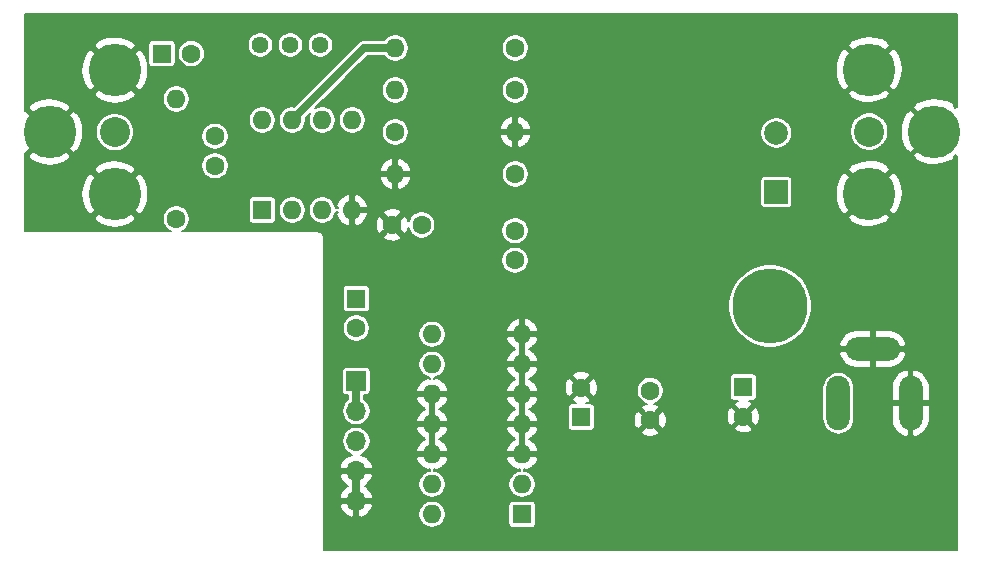
<source format=gbl>
G04 #@! TF.GenerationSoftware,KiCad,Pcbnew,(5.1.10)-1*
G04 #@! TF.CreationDate,2022-03-27T08:25:45-04:00*
G04 #@! TF.ProjectId,AudioAmp380,41756469-6f41-46d7-9033-38302e6b6963,3*
G04 #@! TF.SameCoordinates,Original*
G04 #@! TF.FileFunction,Copper,L2,Bot*
G04 #@! TF.FilePolarity,Positive*
%FSLAX46Y46*%
G04 Gerber Fmt 4.6, Leading zero omitted, Abs format (unit mm)*
G04 Created by KiCad (PCBNEW (5.1.10)-1) date 2022-03-27 08:25:45*
%MOMM*%
%LPD*%
G01*
G04 APERTURE LIST*
G04 #@! TA.AperFunction,ComponentPad*
%ADD10C,1.600000*%
G04 #@! TD*
G04 #@! TA.AperFunction,ComponentPad*
%ADD11O,1.600000X1.600000*%
G04 #@! TD*
G04 #@! TA.AperFunction,ComponentPad*
%ADD12R,1.600000X1.600000*%
G04 #@! TD*
G04 #@! TA.AperFunction,ComponentPad*
%ADD13C,2.540000*%
G04 #@! TD*
G04 #@! TA.AperFunction,ComponentPad*
%ADD14C,4.445000*%
G04 #@! TD*
G04 #@! TA.AperFunction,ComponentPad*
%ADD15C,6.350000*%
G04 #@! TD*
G04 #@! TA.AperFunction,ComponentPad*
%ADD16R,1.700000X1.700000*%
G04 #@! TD*
G04 #@! TA.AperFunction,ComponentPad*
%ADD17O,1.700000X1.700000*%
G04 #@! TD*
G04 #@! TA.AperFunction,ComponentPad*
%ADD18R,2.000000X2.000000*%
G04 #@! TD*
G04 #@! TA.AperFunction,ComponentPad*
%ADD19C,2.000000*%
G04 #@! TD*
G04 #@! TA.AperFunction,ComponentPad*
%ADD20O,2.000000X4.600000*%
G04 #@! TD*
G04 #@! TA.AperFunction,ComponentPad*
%ADD21O,4.600000X2.000000*%
G04 #@! TD*
G04 #@! TA.AperFunction,ComponentPad*
%ADD22C,1.440000*%
G04 #@! TD*
G04 #@! TA.AperFunction,Conductor*
%ADD23C,0.635000*%
G04 #@! TD*
G04 #@! TA.AperFunction,Conductor*
%ADD24C,0.203200*%
G04 #@! TD*
G04 #@! TA.AperFunction,Conductor*
%ADD25C,0.152400*%
G04 #@! TD*
G04 APERTURE END LIST*
D10*
X105740000Y-124012400D03*
D11*
X105740000Y-113852400D03*
D12*
X113020000Y-123258400D03*
D11*
X120640000Y-115638400D03*
X115560000Y-123258400D03*
X118100000Y-115638400D03*
X118100000Y-123258400D03*
X115560000Y-115638400D03*
X120640000Y-123258400D03*
X113020000Y-115638400D03*
D13*
X100533000Y-116654400D03*
D14*
X100533000Y-111409300D03*
X100533000Y-121899500D03*
X95021200Y-116654400D03*
D13*
X164405000Y-116613400D03*
D14*
X164405000Y-121858500D03*
X164405000Y-111368300D03*
X169916800Y-116613400D03*
D11*
X124282000Y-109542400D03*
D10*
X134442000Y-109542400D03*
D11*
X134442000Y-116654400D03*
D10*
X124282000Y-116654400D03*
D15*
X156020000Y-131386400D03*
D16*
X120980000Y-137736400D03*
D17*
X120980000Y-140276400D03*
X120980000Y-142816400D03*
X120980000Y-145356400D03*
X120980000Y-147896400D03*
D12*
X135020000Y-149012400D03*
D11*
X127400000Y-133772400D03*
X135020000Y-146472400D03*
X127400000Y-136312400D03*
X135020000Y-143932400D03*
X127400000Y-138852400D03*
X135020000Y-141392400D03*
X127400000Y-141392400D03*
X135020000Y-138852400D03*
X127400000Y-143932400D03*
X135020000Y-136312400D03*
X127400000Y-146472400D03*
X135020000Y-133772400D03*
X127400000Y-149012400D03*
D10*
X126520000Y-124512400D03*
X124020000Y-124512400D03*
X109020000Y-119512400D03*
X109020000Y-117012400D03*
X134442000Y-113098400D03*
D11*
X124282000Y-113098400D03*
D10*
X134442000Y-120210400D03*
D11*
X124282000Y-120210400D03*
D12*
X140030000Y-140784400D03*
D10*
X140030000Y-138284400D03*
D18*
X156540000Y-121734400D03*
D19*
X156540000Y-116734400D03*
D10*
X145872000Y-141038400D03*
X145872000Y-138538400D03*
D20*
X167905000Y-139613400D03*
X161805000Y-139613400D03*
D21*
X164705000Y-135013400D03*
D22*
X117932000Y-109288400D03*
X115392000Y-109288400D03*
X112852000Y-109288400D03*
D10*
X120980000Y-133251400D03*
D12*
X120980000Y-130751400D03*
X104520000Y-110012400D03*
D10*
X107020000Y-110012400D03*
X153746000Y-140744400D03*
D12*
X153746000Y-138244400D03*
D10*
X134420000Y-125012400D03*
X134420000Y-127512400D03*
D23*
X120980000Y-147896400D02*
X120980000Y-145356400D01*
X120980000Y-140276400D02*
X120980000Y-137736400D01*
X121656000Y-109542400D02*
X124282000Y-109542400D01*
X115560000Y-115638400D02*
X121656000Y-109542400D01*
D24*
X171858901Y-114531622D02*
X171820975Y-114493696D01*
X171710508Y-114604163D01*
X171463827Y-114224823D01*
X170968113Y-113968909D01*
X170431997Y-113814621D01*
X169876083Y-113767889D01*
X169321734Y-113830508D01*
X168790252Y-114000073D01*
X168369773Y-114224823D01*
X168123091Y-114604165D01*
X169916800Y-116397874D01*
X169930943Y-116383732D01*
X170146469Y-116599258D01*
X170132326Y-116613400D01*
X170146469Y-116627543D01*
X169930943Y-116843069D01*
X169916800Y-116828926D01*
X168123091Y-118622635D01*
X168369773Y-119001977D01*
X168865487Y-119257891D01*
X169401603Y-119412179D01*
X169957517Y-119458911D01*
X170511866Y-119396292D01*
X171043348Y-119226727D01*
X171463827Y-119001977D01*
X171710508Y-118622637D01*
X171820975Y-118733104D01*
X171858901Y-118695178D01*
X171858900Y-152067300D01*
X118224100Y-152067300D01*
X118224100Y-148274007D01*
X119570090Y-148274007D01*
X119597911Y-148365738D01*
X119716031Y-148626352D01*
X119882724Y-148858914D01*
X120091585Y-149054487D01*
X120334587Y-149205556D01*
X120602392Y-149306315D01*
X120827600Y-149195628D01*
X120827600Y-148048800D01*
X121132400Y-148048800D01*
X121132400Y-149195628D01*
X121357608Y-149306315D01*
X121625413Y-149205556D01*
X121868415Y-149054487D01*
X122034911Y-148898583D01*
X126244400Y-148898583D01*
X126244400Y-149126217D01*
X126288809Y-149349476D01*
X126375921Y-149559782D01*
X126502387Y-149749052D01*
X126663348Y-149910013D01*
X126852618Y-150036479D01*
X127062924Y-150123591D01*
X127286183Y-150168000D01*
X127513817Y-150168000D01*
X127737076Y-150123591D01*
X127947382Y-150036479D01*
X128136652Y-149910013D01*
X128297613Y-149749052D01*
X128424079Y-149559782D01*
X128511191Y-149349476D01*
X128555600Y-149126217D01*
X128555600Y-148898583D01*
X128511191Y-148675324D01*
X128424079Y-148465018D01*
X128297613Y-148275748D01*
X128234265Y-148212400D01*
X133862680Y-148212400D01*
X133862680Y-149812400D01*
X133869546Y-149882110D01*
X133889879Y-149949140D01*
X133922899Y-150010916D01*
X133967337Y-150065063D01*
X134021484Y-150109501D01*
X134083260Y-150142521D01*
X134150290Y-150162854D01*
X134220000Y-150169720D01*
X135820000Y-150169720D01*
X135889710Y-150162854D01*
X135956740Y-150142521D01*
X136018516Y-150109501D01*
X136072663Y-150065063D01*
X136117101Y-150010916D01*
X136150121Y-149949140D01*
X136170454Y-149882110D01*
X136177320Y-149812400D01*
X136177320Y-148212400D01*
X136170454Y-148142690D01*
X136150121Y-148075660D01*
X136117101Y-148013884D01*
X136072663Y-147959737D01*
X136018516Y-147915299D01*
X135956740Y-147882279D01*
X135889710Y-147861946D01*
X135820000Y-147855080D01*
X134220000Y-147855080D01*
X134150290Y-147861946D01*
X134083260Y-147882279D01*
X134021484Y-147915299D01*
X133967337Y-147959737D01*
X133922899Y-148013884D01*
X133889879Y-148075660D01*
X133869546Y-148142690D01*
X133862680Y-148212400D01*
X128234265Y-148212400D01*
X128136652Y-148114787D01*
X127947382Y-147988321D01*
X127737076Y-147901209D01*
X127513817Y-147856800D01*
X127286183Y-147856800D01*
X127062924Y-147901209D01*
X126852618Y-147988321D01*
X126663348Y-148114787D01*
X126502387Y-148275748D01*
X126375921Y-148465018D01*
X126288809Y-148675324D01*
X126244400Y-148898583D01*
X122034911Y-148898583D01*
X122077276Y-148858914D01*
X122243969Y-148626352D01*
X122362089Y-148365738D01*
X122389910Y-148274007D01*
X122278286Y-148048800D01*
X121132400Y-148048800D01*
X120827600Y-148048800D01*
X119681714Y-148048800D01*
X119570090Y-148274007D01*
X118224100Y-148274007D01*
X118224100Y-145734007D01*
X119570090Y-145734007D01*
X119597911Y-145825738D01*
X119716031Y-146086352D01*
X119882724Y-146318914D01*
X120091585Y-146514487D01*
X120271603Y-146626400D01*
X120091585Y-146738313D01*
X119882724Y-146933886D01*
X119716031Y-147166448D01*
X119597911Y-147427062D01*
X119570090Y-147518793D01*
X119681714Y-147744000D01*
X120827600Y-147744000D01*
X120827600Y-145508800D01*
X121132400Y-145508800D01*
X121132400Y-147744000D01*
X122278286Y-147744000D01*
X122389910Y-147518793D01*
X122362089Y-147427062D01*
X122243969Y-147166448D01*
X122077276Y-146933886D01*
X121868415Y-146738313D01*
X121688397Y-146626400D01*
X121868415Y-146514487D01*
X122077276Y-146318914D01*
X122243969Y-146086352D01*
X122362089Y-145825738D01*
X122389910Y-145734007D01*
X122278286Y-145508800D01*
X121132400Y-145508800D01*
X120827600Y-145508800D01*
X119681714Y-145508800D01*
X119570090Y-145734007D01*
X118224100Y-145734007D01*
X118224100Y-144978793D01*
X119570090Y-144978793D01*
X119681714Y-145204000D01*
X120827600Y-145204000D01*
X120827600Y-145184000D01*
X121132400Y-145184000D01*
X121132400Y-145204000D01*
X122278286Y-145204000D01*
X122389910Y-144978793D01*
X122362089Y-144887062D01*
X122243969Y-144626448D01*
X122077276Y-144393886D01*
X121979298Y-144302141D01*
X126039756Y-144302141D01*
X126063577Y-144380685D01*
X126176712Y-144632795D01*
X126336857Y-144857989D01*
X126537858Y-145047613D01*
X126771991Y-145194380D01*
X127030258Y-145292650D01*
X127247598Y-145181344D01*
X127247598Y-145324475D01*
X127062924Y-145361209D01*
X126852618Y-145448321D01*
X126663348Y-145574787D01*
X126502387Y-145735748D01*
X126375921Y-145925018D01*
X126288809Y-146135324D01*
X126244400Y-146358583D01*
X126244400Y-146586217D01*
X126288809Y-146809476D01*
X126375921Y-147019782D01*
X126502387Y-147209052D01*
X126663348Y-147370013D01*
X126852618Y-147496479D01*
X127062924Y-147583591D01*
X127286183Y-147628000D01*
X127513817Y-147628000D01*
X127737076Y-147583591D01*
X127947382Y-147496479D01*
X128136652Y-147370013D01*
X128297613Y-147209052D01*
X128424079Y-147019782D01*
X128511191Y-146809476D01*
X128555600Y-146586217D01*
X128555600Y-146358583D01*
X128511191Y-146135324D01*
X128424079Y-145925018D01*
X128297613Y-145735748D01*
X128136652Y-145574787D01*
X127947382Y-145448321D01*
X127737076Y-145361209D01*
X127552402Y-145324475D01*
X127552402Y-145181344D01*
X127769742Y-145292650D01*
X128028009Y-145194380D01*
X128262142Y-145047613D01*
X128463143Y-144857989D01*
X128623288Y-144632795D01*
X128736423Y-144380685D01*
X128760244Y-144302141D01*
X133659756Y-144302141D01*
X133683577Y-144380685D01*
X133796712Y-144632795D01*
X133956857Y-144857989D01*
X134157858Y-145047613D01*
X134391991Y-145194380D01*
X134650258Y-145292650D01*
X134867598Y-145181344D01*
X134867598Y-145324475D01*
X134682924Y-145361209D01*
X134472618Y-145448321D01*
X134283348Y-145574787D01*
X134122387Y-145735748D01*
X133995921Y-145925018D01*
X133908809Y-146135324D01*
X133864400Y-146358583D01*
X133864400Y-146586217D01*
X133908809Y-146809476D01*
X133995921Y-147019782D01*
X134122387Y-147209052D01*
X134283348Y-147370013D01*
X134472618Y-147496479D01*
X134682924Y-147583591D01*
X134906183Y-147628000D01*
X135133817Y-147628000D01*
X135357076Y-147583591D01*
X135567382Y-147496479D01*
X135756652Y-147370013D01*
X135917613Y-147209052D01*
X136044079Y-147019782D01*
X136131191Y-146809476D01*
X136175600Y-146586217D01*
X136175600Y-146358583D01*
X136131191Y-146135324D01*
X136044079Y-145925018D01*
X135917613Y-145735748D01*
X135756652Y-145574787D01*
X135567382Y-145448321D01*
X135357076Y-145361209D01*
X135172402Y-145324475D01*
X135172402Y-145181344D01*
X135389742Y-145292650D01*
X135648009Y-145194380D01*
X135882142Y-145047613D01*
X136083143Y-144857989D01*
X136243288Y-144632795D01*
X136356423Y-144380685D01*
X136380244Y-144302141D01*
X136267929Y-144084800D01*
X135172400Y-144084800D01*
X135172400Y-144104800D01*
X134867600Y-144104800D01*
X134867600Y-144084800D01*
X133772071Y-144084800D01*
X133659756Y-144302141D01*
X128760244Y-144302141D01*
X128647929Y-144084800D01*
X127552400Y-144084800D01*
X127552400Y-144104800D01*
X127247600Y-144104800D01*
X127247600Y-144084800D01*
X126152071Y-144084800D01*
X126039756Y-144302141D01*
X121979298Y-144302141D01*
X121868415Y-144198313D01*
X121625413Y-144047244D01*
X121380932Y-143955260D01*
X121551066Y-143884789D01*
X121748525Y-143752850D01*
X121916450Y-143584925D01*
X122048389Y-143387466D01*
X122139269Y-143168060D01*
X122185600Y-142935141D01*
X122185600Y-142697659D01*
X122139269Y-142464740D01*
X122048389Y-142245334D01*
X121916450Y-142047875D01*
X121748525Y-141879950D01*
X121572213Y-141762141D01*
X126039756Y-141762141D01*
X126063577Y-141840685D01*
X126176712Y-142092795D01*
X126336857Y-142317989D01*
X126537858Y-142507613D01*
X126771991Y-142654380D01*
X126793069Y-142662400D01*
X126771991Y-142670420D01*
X126537858Y-142817187D01*
X126336857Y-143006811D01*
X126176712Y-143232005D01*
X126063577Y-143484115D01*
X126039756Y-143562659D01*
X126152071Y-143780000D01*
X127247600Y-143780000D01*
X127247600Y-142683457D01*
X127206483Y-142662400D01*
X127247600Y-142641343D01*
X127247600Y-141544800D01*
X127552400Y-141544800D01*
X127552400Y-142641343D01*
X127593517Y-142662400D01*
X127552400Y-142683457D01*
X127552400Y-143780000D01*
X128647929Y-143780000D01*
X128760244Y-143562659D01*
X128736423Y-143484115D01*
X128623288Y-143232005D01*
X128463143Y-143006811D01*
X128262142Y-142817187D01*
X128028009Y-142670420D01*
X128006931Y-142662400D01*
X128028009Y-142654380D01*
X128262142Y-142507613D01*
X128463143Y-142317989D01*
X128623288Y-142092795D01*
X128736423Y-141840685D01*
X128760244Y-141762141D01*
X133659756Y-141762141D01*
X133683577Y-141840685D01*
X133796712Y-142092795D01*
X133956857Y-142317989D01*
X134157858Y-142507613D01*
X134391991Y-142654380D01*
X134413069Y-142662400D01*
X134391991Y-142670420D01*
X134157858Y-142817187D01*
X133956857Y-143006811D01*
X133796712Y-143232005D01*
X133683577Y-143484115D01*
X133659756Y-143562659D01*
X133772071Y-143780000D01*
X134867600Y-143780000D01*
X134867600Y-142683457D01*
X134826483Y-142662400D01*
X134867600Y-142641343D01*
X134867600Y-141544800D01*
X135172400Y-141544800D01*
X135172400Y-142641343D01*
X135213517Y-142662400D01*
X135172400Y-142683457D01*
X135172400Y-143780000D01*
X136267929Y-143780000D01*
X136380244Y-143562659D01*
X136356423Y-143484115D01*
X136243288Y-143232005D01*
X136083143Y-143006811D01*
X135882142Y-142817187D01*
X135648009Y-142670420D01*
X135626931Y-142662400D01*
X135648009Y-142654380D01*
X135882142Y-142507613D01*
X136083143Y-142317989D01*
X136243288Y-142092795D01*
X136269923Y-142033440D01*
X145092486Y-142033440D01*
X145167577Y-142267233D01*
X145420845Y-142381048D01*
X145691452Y-142443266D01*
X145968997Y-142451495D01*
X146242814Y-142405420D01*
X146502381Y-142306811D01*
X146576423Y-142267233D01*
X146651514Y-142033440D01*
X145872000Y-141253926D01*
X145092486Y-142033440D01*
X136269923Y-142033440D01*
X136356423Y-141840685D01*
X136380244Y-141762141D01*
X136267929Y-141544800D01*
X135172400Y-141544800D01*
X134867600Y-141544800D01*
X133772071Y-141544800D01*
X133659756Y-141762141D01*
X128760244Y-141762141D01*
X128647929Y-141544800D01*
X127552400Y-141544800D01*
X127247600Y-141544800D01*
X126152071Y-141544800D01*
X126039756Y-141762141D01*
X121572213Y-141762141D01*
X121551066Y-141748011D01*
X121331660Y-141657131D01*
X121098741Y-141610800D01*
X120861259Y-141610800D01*
X120628340Y-141657131D01*
X120408934Y-141748011D01*
X120211475Y-141879950D01*
X120043550Y-142047875D01*
X119911611Y-142245334D01*
X119820731Y-142464740D01*
X119774400Y-142697659D01*
X119774400Y-142935141D01*
X119820731Y-143168060D01*
X119911611Y-143387466D01*
X120043550Y-143584925D01*
X120211475Y-143752850D01*
X120408934Y-143884789D01*
X120579068Y-143955260D01*
X120334587Y-144047244D01*
X120091585Y-144198313D01*
X119882724Y-144393886D01*
X119716031Y-144626448D01*
X119597911Y-144887062D01*
X119570090Y-144978793D01*
X118224100Y-144978793D01*
X118224100Y-136886400D01*
X119772680Y-136886400D01*
X119772680Y-138586400D01*
X119779546Y-138656110D01*
X119799879Y-138723140D01*
X119832899Y-138784916D01*
X119877337Y-138839063D01*
X119931484Y-138883501D01*
X119993260Y-138916521D01*
X120060290Y-138936854D01*
X120130000Y-138943720D01*
X120306901Y-138943720D01*
X120306900Y-139276188D01*
X120211475Y-139339950D01*
X120043550Y-139507875D01*
X119911611Y-139705334D01*
X119820731Y-139924740D01*
X119774400Y-140157659D01*
X119774400Y-140395141D01*
X119820731Y-140628060D01*
X119911611Y-140847466D01*
X120043550Y-141044925D01*
X120211475Y-141212850D01*
X120408934Y-141344789D01*
X120628340Y-141435669D01*
X120861259Y-141482000D01*
X121098741Y-141482000D01*
X121331660Y-141435669D01*
X121551066Y-141344789D01*
X121748525Y-141212850D01*
X121916450Y-141044925D01*
X122048389Y-140847466D01*
X122139269Y-140628060D01*
X122185600Y-140395141D01*
X122185600Y-140157659D01*
X122139269Y-139924740D01*
X122048389Y-139705334D01*
X121916450Y-139507875D01*
X121748525Y-139339950D01*
X121653100Y-139276189D01*
X121653100Y-139222141D01*
X126039756Y-139222141D01*
X126063577Y-139300685D01*
X126176712Y-139552795D01*
X126336857Y-139777989D01*
X126537858Y-139967613D01*
X126771991Y-140114380D01*
X126793069Y-140122400D01*
X126771991Y-140130420D01*
X126537858Y-140277187D01*
X126336857Y-140466811D01*
X126176712Y-140692005D01*
X126063577Y-140944115D01*
X126039756Y-141022659D01*
X126152071Y-141240000D01*
X127247600Y-141240000D01*
X127247600Y-140143457D01*
X127206483Y-140122400D01*
X127247600Y-140101343D01*
X127247600Y-139004800D01*
X127552400Y-139004800D01*
X127552400Y-140101343D01*
X127593517Y-140122400D01*
X127552400Y-140143457D01*
X127552400Y-141240000D01*
X128647929Y-141240000D01*
X128760244Y-141022659D01*
X128736423Y-140944115D01*
X128623288Y-140692005D01*
X128463143Y-140466811D01*
X128262142Y-140277187D01*
X128028009Y-140130420D01*
X128006931Y-140122400D01*
X128028009Y-140114380D01*
X128262142Y-139967613D01*
X128463143Y-139777989D01*
X128623288Y-139552795D01*
X128736423Y-139300685D01*
X128760244Y-139222141D01*
X133659756Y-139222141D01*
X133683577Y-139300685D01*
X133796712Y-139552795D01*
X133956857Y-139777989D01*
X134157858Y-139967613D01*
X134391991Y-140114380D01*
X134413069Y-140122400D01*
X134391991Y-140130420D01*
X134157858Y-140277187D01*
X133956857Y-140466811D01*
X133796712Y-140692005D01*
X133683577Y-140944115D01*
X133659756Y-141022659D01*
X133772071Y-141240000D01*
X134867600Y-141240000D01*
X134867600Y-140143457D01*
X134826483Y-140122400D01*
X134867600Y-140101343D01*
X134867600Y-139004800D01*
X135172400Y-139004800D01*
X135172400Y-140101343D01*
X135213517Y-140122400D01*
X135172400Y-140143457D01*
X135172400Y-141240000D01*
X136267929Y-141240000D01*
X136380244Y-141022659D01*
X136356423Y-140944115D01*
X136243288Y-140692005D01*
X136083143Y-140466811D01*
X135882142Y-140277187D01*
X135648009Y-140130420D01*
X135626931Y-140122400D01*
X135648009Y-140114380D01*
X135855362Y-139984400D01*
X138872680Y-139984400D01*
X138872680Y-141584400D01*
X138879546Y-141654110D01*
X138899879Y-141721140D01*
X138932899Y-141782916D01*
X138977337Y-141837063D01*
X139031484Y-141881501D01*
X139093260Y-141914521D01*
X139160290Y-141934854D01*
X139230000Y-141941720D01*
X140830000Y-141941720D01*
X140899710Y-141934854D01*
X140966740Y-141914521D01*
X141028516Y-141881501D01*
X141082663Y-141837063D01*
X141127101Y-141782916D01*
X141160121Y-141721140D01*
X141180454Y-141654110D01*
X141187320Y-141584400D01*
X141187320Y-141135397D01*
X144458905Y-141135397D01*
X144504980Y-141409214D01*
X144603589Y-141668781D01*
X144643167Y-141742823D01*
X144876960Y-141817914D01*
X145656474Y-141038400D01*
X146087526Y-141038400D01*
X146867040Y-141817914D01*
X147100833Y-141742823D01*
X147102353Y-141739440D01*
X152966486Y-141739440D01*
X153041577Y-141973233D01*
X153294845Y-142087048D01*
X153565452Y-142149266D01*
X153842997Y-142157495D01*
X154116814Y-142111420D01*
X154376381Y-142012811D01*
X154450423Y-141973233D01*
X154525514Y-141739440D01*
X153746000Y-140959926D01*
X152966486Y-141739440D01*
X147102353Y-141739440D01*
X147214648Y-141489555D01*
X147276866Y-141218948D01*
X147285095Y-140941403D01*
X147268268Y-140841397D01*
X152332905Y-140841397D01*
X152378980Y-141115214D01*
X152477589Y-141374781D01*
X152517167Y-141448823D01*
X152750960Y-141523914D01*
X153530474Y-140744400D01*
X153961526Y-140744400D01*
X154741040Y-141523914D01*
X154974833Y-141448823D01*
X155088648Y-141195555D01*
X155138210Y-140979992D01*
X160449400Y-140979992D01*
X160469015Y-141179143D01*
X160546529Y-141434675D01*
X160672406Y-141670174D01*
X160841808Y-141876591D01*
X161048225Y-142045994D01*
X161283724Y-142171871D01*
X161539256Y-142249385D01*
X161805000Y-142275559D01*
X162070743Y-142249385D01*
X162326275Y-142171871D01*
X162561774Y-142045994D01*
X162768191Y-141876592D01*
X162937594Y-141670175D01*
X163063471Y-141434676D01*
X163140985Y-141179144D01*
X163160600Y-140979993D01*
X163160600Y-139765800D01*
X166295400Y-139765800D01*
X166295400Y-141065800D01*
X166356060Y-141376889D01*
X166476245Y-141670166D01*
X166651336Y-141934361D01*
X166874604Y-142159321D01*
X167137470Y-142336401D01*
X167429832Y-142458796D01*
X167503811Y-142472201D01*
X167752600Y-142362609D01*
X167752600Y-139765800D01*
X168057400Y-139765800D01*
X168057400Y-142362609D01*
X168306189Y-142472201D01*
X168380168Y-142458796D01*
X168672530Y-142336401D01*
X168935396Y-142159321D01*
X169158664Y-141934361D01*
X169333755Y-141670166D01*
X169453940Y-141376889D01*
X169514600Y-141065800D01*
X169514600Y-139765800D01*
X168057400Y-139765800D01*
X167752600Y-139765800D01*
X166295400Y-139765800D01*
X163160600Y-139765800D01*
X163160600Y-138246807D01*
X163152149Y-138161000D01*
X166295400Y-138161000D01*
X166295400Y-139461000D01*
X167752600Y-139461000D01*
X167752600Y-136864191D01*
X168057400Y-136864191D01*
X168057400Y-139461000D01*
X169514600Y-139461000D01*
X169514600Y-138161000D01*
X169453940Y-137849911D01*
X169333755Y-137556634D01*
X169158664Y-137292439D01*
X168935396Y-137067479D01*
X168672530Y-136890399D01*
X168380168Y-136768004D01*
X168306189Y-136754599D01*
X168057400Y-136864191D01*
X167752600Y-136864191D01*
X167503811Y-136754599D01*
X167429832Y-136768004D01*
X167137470Y-136890399D01*
X166874604Y-137067479D01*
X166651336Y-137292439D01*
X166476245Y-137556634D01*
X166356060Y-137849911D01*
X166295400Y-138161000D01*
X163152149Y-138161000D01*
X163140985Y-138047656D01*
X163063471Y-137792124D01*
X162937594Y-137556625D01*
X162768192Y-137350208D01*
X162561775Y-137180806D01*
X162326276Y-137054929D01*
X162070744Y-136977415D01*
X161805000Y-136951241D01*
X161539257Y-136977415D01*
X161283725Y-137054929D01*
X161048226Y-137180806D01*
X160841809Y-137350208D01*
X160672407Y-137556625D01*
X160546530Y-137792124D01*
X160469016Y-138047656D01*
X160449401Y-138246807D01*
X160449400Y-140979992D01*
X155138210Y-140979992D01*
X155150866Y-140924948D01*
X155159095Y-140647403D01*
X155113020Y-140373586D01*
X155014411Y-140114019D01*
X154974833Y-140039977D01*
X154741040Y-139964886D01*
X153961526Y-140744400D01*
X153530474Y-140744400D01*
X152750960Y-139964886D01*
X152517167Y-140039977D01*
X152403352Y-140293245D01*
X152341134Y-140563852D01*
X152332905Y-140841397D01*
X147268268Y-140841397D01*
X147239020Y-140667586D01*
X147140411Y-140408019D01*
X147100833Y-140333977D01*
X146867040Y-140258886D01*
X146087526Y-141038400D01*
X145656474Y-141038400D01*
X144876960Y-140258886D01*
X144643167Y-140333977D01*
X144529352Y-140587245D01*
X144467134Y-140857852D01*
X144458905Y-141135397D01*
X141187320Y-141135397D01*
X141187320Y-139984400D01*
X141180454Y-139914690D01*
X141160121Y-139847660D01*
X141127101Y-139785884D01*
X141082663Y-139731737D01*
X141028516Y-139687299D01*
X140966740Y-139654279D01*
X140899710Y-139633946D01*
X140830000Y-139627080D01*
X140464884Y-139627080D01*
X140660381Y-139552811D01*
X140734423Y-139513233D01*
X140809514Y-139279440D01*
X140030000Y-138499926D01*
X139250486Y-139279440D01*
X139325577Y-139513233D01*
X139578845Y-139627048D01*
X139578984Y-139627080D01*
X139230000Y-139627080D01*
X139160290Y-139633946D01*
X139093260Y-139654279D01*
X139031484Y-139687299D01*
X138977337Y-139731737D01*
X138932899Y-139785884D01*
X138899879Y-139847660D01*
X138879546Y-139914690D01*
X138872680Y-139984400D01*
X135855362Y-139984400D01*
X135882142Y-139967613D01*
X136083143Y-139777989D01*
X136243288Y-139552795D01*
X136356423Y-139300685D01*
X136380244Y-139222141D01*
X136267929Y-139004800D01*
X135172400Y-139004800D01*
X134867600Y-139004800D01*
X133772071Y-139004800D01*
X133659756Y-139222141D01*
X128760244Y-139222141D01*
X128647929Y-139004800D01*
X127552400Y-139004800D01*
X127247600Y-139004800D01*
X126152071Y-139004800D01*
X126039756Y-139222141D01*
X121653100Y-139222141D01*
X121653100Y-138943720D01*
X121830000Y-138943720D01*
X121899710Y-138936854D01*
X121966740Y-138916521D01*
X122028516Y-138883501D01*
X122082663Y-138839063D01*
X122127101Y-138784916D01*
X122160121Y-138723140D01*
X122180454Y-138656110D01*
X122187320Y-138586400D01*
X122187320Y-138482659D01*
X126039756Y-138482659D01*
X126152071Y-138700000D01*
X127247600Y-138700000D01*
X127247600Y-138680000D01*
X127552400Y-138680000D01*
X127552400Y-138700000D01*
X128647929Y-138700000D01*
X128760244Y-138482659D01*
X128736423Y-138404115D01*
X128623288Y-138152005D01*
X128463143Y-137926811D01*
X128262142Y-137737187D01*
X128028009Y-137590420D01*
X127769742Y-137492150D01*
X127552402Y-137603456D01*
X127552402Y-137460325D01*
X127737076Y-137423591D01*
X127947382Y-137336479D01*
X128136652Y-137210013D01*
X128297613Y-137049052D01*
X128424079Y-136859782D01*
X128497660Y-136682141D01*
X133659756Y-136682141D01*
X133683577Y-136760685D01*
X133796712Y-137012795D01*
X133956857Y-137237989D01*
X134157858Y-137427613D01*
X134391991Y-137574380D01*
X134413069Y-137582400D01*
X134391991Y-137590420D01*
X134157858Y-137737187D01*
X133956857Y-137926811D01*
X133796712Y-138152005D01*
X133683577Y-138404115D01*
X133659756Y-138482659D01*
X133772071Y-138700000D01*
X134867600Y-138700000D01*
X134867600Y-137603457D01*
X134826483Y-137582400D01*
X134867600Y-137561343D01*
X134867600Y-136464800D01*
X135172400Y-136464800D01*
X135172400Y-137561343D01*
X135213517Y-137582400D01*
X135172400Y-137603457D01*
X135172400Y-138700000D01*
X136267929Y-138700000D01*
X136380244Y-138482659D01*
X136356423Y-138404115D01*
X136346229Y-138381397D01*
X138616905Y-138381397D01*
X138662980Y-138655214D01*
X138761589Y-138914781D01*
X138801167Y-138988823D01*
X139034960Y-139063914D01*
X139814474Y-138284400D01*
X140245526Y-138284400D01*
X141025040Y-139063914D01*
X141258833Y-138988823D01*
X141372648Y-138735555D01*
X141434866Y-138464948D01*
X141436062Y-138424583D01*
X144716400Y-138424583D01*
X144716400Y-138652217D01*
X144760809Y-138875476D01*
X144847921Y-139085782D01*
X144974387Y-139275052D01*
X145135348Y-139436013D01*
X145324618Y-139562479D01*
X145534924Y-139649591D01*
X145578804Y-139658319D01*
X145501186Y-139671380D01*
X145241619Y-139769989D01*
X145167577Y-139809567D01*
X145092486Y-140043360D01*
X145872000Y-140822874D01*
X146651514Y-140043360D01*
X146576423Y-139809567D01*
X146323155Y-139695752D01*
X146162596Y-139658836D01*
X146209076Y-139649591D01*
X146419382Y-139562479D01*
X146608652Y-139436013D01*
X146769613Y-139275052D01*
X146896079Y-139085782D01*
X146983191Y-138875476D01*
X147027600Y-138652217D01*
X147027600Y-138424583D01*
X146983191Y-138201324D01*
X146896079Y-137991018D01*
X146769613Y-137801748D01*
X146608652Y-137640787D01*
X146419382Y-137514321D01*
X146250579Y-137444400D01*
X152588680Y-137444400D01*
X152588680Y-139044400D01*
X152595546Y-139114110D01*
X152615879Y-139181140D01*
X152648899Y-139242916D01*
X152693337Y-139297063D01*
X152747484Y-139341501D01*
X152809260Y-139374521D01*
X152876290Y-139394854D01*
X152946000Y-139401720D01*
X153311116Y-139401720D01*
X153115619Y-139475989D01*
X153041577Y-139515567D01*
X152966486Y-139749360D01*
X153746000Y-140528874D01*
X154525514Y-139749360D01*
X154450423Y-139515567D01*
X154197155Y-139401752D01*
X154197016Y-139401720D01*
X154546000Y-139401720D01*
X154615710Y-139394854D01*
X154682740Y-139374521D01*
X154744516Y-139341501D01*
X154798663Y-139297063D01*
X154843101Y-139242916D01*
X154876121Y-139181140D01*
X154896454Y-139114110D01*
X154903320Y-139044400D01*
X154903320Y-137444400D01*
X154896454Y-137374690D01*
X154876121Y-137307660D01*
X154843101Y-137245884D01*
X154798663Y-137191737D01*
X154744516Y-137147299D01*
X154682740Y-137114279D01*
X154615710Y-137093946D01*
X154546000Y-137087080D01*
X152946000Y-137087080D01*
X152876290Y-137093946D01*
X152809260Y-137114279D01*
X152747484Y-137147299D01*
X152693337Y-137191737D01*
X152648899Y-137245884D01*
X152615879Y-137307660D01*
X152595546Y-137374690D01*
X152588680Y-137444400D01*
X146250579Y-137444400D01*
X146209076Y-137427209D01*
X145985817Y-137382800D01*
X145758183Y-137382800D01*
X145534924Y-137427209D01*
X145324618Y-137514321D01*
X145135348Y-137640787D01*
X144974387Y-137801748D01*
X144847921Y-137991018D01*
X144760809Y-138201324D01*
X144716400Y-138424583D01*
X141436062Y-138424583D01*
X141443095Y-138187403D01*
X141397020Y-137913586D01*
X141298411Y-137654019D01*
X141258833Y-137579977D01*
X141025040Y-137504886D01*
X140245526Y-138284400D01*
X139814474Y-138284400D01*
X139034960Y-137504886D01*
X138801167Y-137579977D01*
X138687352Y-137833245D01*
X138625134Y-138103852D01*
X138616905Y-138381397D01*
X136346229Y-138381397D01*
X136243288Y-138152005D01*
X136083143Y-137926811D01*
X135882142Y-137737187D01*
X135648009Y-137590420D01*
X135626931Y-137582400D01*
X135648009Y-137574380D01*
X135882142Y-137427613D01*
X136028689Y-137289360D01*
X139250486Y-137289360D01*
X140030000Y-138068874D01*
X140809514Y-137289360D01*
X140734423Y-137055567D01*
X140481155Y-136941752D01*
X140210548Y-136879534D01*
X139933003Y-136871305D01*
X139659186Y-136917380D01*
X139399619Y-137015989D01*
X139325577Y-137055567D01*
X139250486Y-137289360D01*
X136028689Y-137289360D01*
X136083143Y-137237989D01*
X136243288Y-137012795D01*
X136356423Y-136760685D01*
X136380244Y-136682141D01*
X136267929Y-136464800D01*
X135172400Y-136464800D01*
X134867600Y-136464800D01*
X133772071Y-136464800D01*
X133659756Y-136682141D01*
X128497660Y-136682141D01*
X128511191Y-136649476D01*
X128555600Y-136426217D01*
X128555600Y-136198583D01*
X128511191Y-135975324D01*
X128424079Y-135765018D01*
X128297613Y-135575748D01*
X128136652Y-135414787D01*
X127947382Y-135288321D01*
X127737076Y-135201209D01*
X127513817Y-135156800D01*
X127286183Y-135156800D01*
X127062924Y-135201209D01*
X126852618Y-135288321D01*
X126663348Y-135414787D01*
X126502387Y-135575748D01*
X126375921Y-135765018D01*
X126288809Y-135975324D01*
X126244400Y-136198583D01*
X126244400Y-136426217D01*
X126288809Y-136649476D01*
X126375921Y-136859782D01*
X126502387Y-137049052D01*
X126663348Y-137210013D01*
X126852618Y-137336479D01*
X127062924Y-137423591D01*
X127247598Y-137460325D01*
X127247598Y-137603456D01*
X127030258Y-137492150D01*
X126771991Y-137590420D01*
X126537858Y-137737187D01*
X126336857Y-137926811D01*
X126176712Y-138152005D01*
X126063577Y-138404115D01*
X126039756Y-138482659D01*
X122187320Y-138482659D01*
X122187320Y-136886400D01*
X122180454Y-136816690D01*
X122160121Y-136749660D01*
X122127101Y-136687884D01*
X122082663Y-136633737D01*
X122028516Y-136589299D01*
X121966740Y-136556279D01*
X121899710Y-136535946D01*
X121830000Y-136529080D01*
X120130000Y-136529080D01*
X120060290Y-136535946D01*
X119993260Y-136556279D01*
X119931484Y-136589299D01*
X119877337Y-136633737D01*
X119832899Y-136687884D01*
X119799879Y-136749660D01*
X119779546Y-136816690D01*
X119772680Y-136886400D01*
X118224100Y-136886400D01*
X118224100Y-133137583D01*
X119824400Y-133137583D01*
X119824400Y-133365217D01*
X119868809Y-133588476D01*
X119955921Y-133798782D01*
X120082387Y-133988052D01*
X120243348Y-134149013D01*
X120432618Y-134275479D01*
X120642924Y-134362591D01*
X120866183Y-134407000D01*
X121093817Y-134407000D01*
X121317076Y-134362591D01*
X121527382Y-134275479D01*
X121716652Y-134149013D01*
X121877613Y-133988052D01*
X122004079Y-133798782D01*
X122062151Y-133658583D01*
X126244400Y-133658583D01*
X126244400Y-133886217D01*
X126288809Y-134109476D01*
X126375921Y-134319782D01*
X126502387Y-134509052D01*
X126663348Y-134670013D01*
X126852618Y-134796479D01*
X127062924Y-134883591D01*
X127286183Y-134928000D01*
X127513817Y-134928000D01*
X127737076Y-134883591D01*
X127947382Y-134796479D01*
X128136652Y-134670013D01*
X128297613Y-134509052D01*
X128424079Y-134319782D01*
X128497660Y-134142141D01*
X133659756Y-134142141D01*
X133683577Y-134220685D01*
X133796712Y-134472795D01*
X133956857Y-134697989D01*
X134157858Y-134887613D01*
X134391991Y-135034380D01*
X134413069Y-135042400D01*
X134391991Y-135050420D01*
X134157858Y-135197187D01*
X133956857Y-135386811D01*
X133796712Y-135612005D01*
X133683577Y-135864115D01*
X133659756Y-135942659D01*
X133772071Y-136160000D01*
X134867600Y-136160000D01*
X134867600Y-135063457D01*
X134826483Y-135042400D01*
X134867600Y-135021343D01*
X134867600Y-133924800D01*
X135172400Y-133924800D01*
X135172400Y-135021343D01*
X135213517Y-135042400D01*
X135172400Y-135063457D01*
X135172400Y-136160000D01*
X136267929Y-136160000D01*
X136380244Y-135942659D01*
X136356423Y-135864115D01*
X136243288Y-135612005D01*
X136102898Y-135414589D01*
X161846199Y-135414589D01*
X161859604Y-135488568D01*
X161981999Y-135780930D01*
X162159079Y-136043796D01*
X162384039Y-136267064D01*
X162648234Y-136442155D01*
X162941511Y-136562340D01*
X163252600Y-136623000D01*
X164552600Y-136623000D01*
X164552600Y-135165800D01*
X164857400Y-135165800D01*
X164857400Y-136623000D01*
X166157400Y-136623000D01*
X166468489Y-136562340D01*
X166761766Y-136442155D01*
X167025961Y-136267064D01*
X167250921Y-136043796D01*
X167428001Y-135780930D01*
X167550396Y-135488568D01*
X167563801Y-135414589D01*
X167454209Y-135165800D01*
X164857400Y-135165800D01*
X164552600Y-135165800D01*
X161955791Y-135165800D01*
X161846199Y-135414589D01*
X136102898Y-135414589D01*
X136083143Y-135386811D01*
X135882142Y-135197187D01*
X135648009Y-135050420D01*
X135626931Y-135042400D01*
X135648009Y-135034380D01*
X135882142Y-134887613D01*
X136083143Y-134697989D01*
X136243288Y-134472795D01*
X136356423Y-134220685D01*
X136380244Y-134142141D01*
X136267929Y-133924800D01*
X135172400Y-133924800D01*
X134867600Y-133924800D01*
X133772071Y-133924800D01*
X133659756Y-134142141D01*
X128497660Y-134142141D01*
X128511191Y-134109476D01*
X128555600Y-133886217D01*
X128555600Y-133658583D01*
X128511191Y-133435324D01*
X128497661Y-133402659D01*
X133659756Y-133402659D01*
X133772071Y-133620000D01*
X134867600Y-133620000D01*
X134867600Y-132523457D01*
X135172400Y-132523457D01*
X135172400Y-133620000D01*
X136267929Y-133620000D01*
X136380244Y-133402659D01*
X136356423Y-133324115D01*
X136243288Y-133072005D01*
X136083143Y-132846811D01*
X135882142Y-132657187D01*
X135648009Y-132510420D01*
X135389742Y-132412150D01*
X135172400Y-132523457D01*
X134867600Y-132523457D01*
X134650258Y-132412150D01*
X134391991Y-132510420D01*
X134157858Y-132657187D01*
X133956857Y-132846811D01*
X133796712Y-133072005D01*
X133683577Y-133324115D01*
X133659756Y-133402659D01*
X128497661Y-133402659D01*
X128424079Y-133225018D01*
X128297613Y-133035748D01*
X128136652Y-132874787D01*
X127947382Y-132748321D01*
X127737076Y-132661209D01*
X127513817Y-132616800D01*
X127286183Y-132616800D01*
X127062924Y-132661209D01*
X126852618Y-132748321D01*
X126663348Y-132874787D01*
X126502387Y-133035748D01*
X126375921Y-133225018D01*
X126288809Y-133435324D01*
X126244400Y-133658583D01*
X122062151Y-133658583D01*
X122091191Y-133588476D01*
X122135600Y-133365217D01*
X122135600Y-133137583D01*
X122091191Y-132914324D01*
X122004079Y-132704018D01*
X121877613Y-132514748D01*
X121716652Y-132353787D01*
X121527382Y-132227321D01*
X121317076Y-132140209D01*
X121093817Y-132095800D01*
X120866183Y-132095800D01*
X120642924Y-132140209D01*
X120432618Y-132227321D01*
X120243348Y-132353787D01*
X120082387Y-132514748D01*
X119955921Y-132704018D01*
X119868809Y-132914324D01*
X119824400Y-133137583D01*
X118224100Y-133137583D01*
X118224100Y-129951400D01*
X119822680Y-129951400D01*
X119822680Y-131551400D01*
X119829546Y-131621110D01*
X119849879Y-131688140D01*
X119882899Y-131749916D01*
X119927337Y-131804063D01*
X119981484Y-131848501D01*
X120043260Y-131881521D01*
X120110290Y-131901854D01*
X120180000Y-131908720D01*
X121780000Y-131908720D01*
X121849710Y-131901854D01*
X121916740Y-131881521D01*
X121978516Y-131848501D01*
X122032663Y-131804063D01*
X122077101Y-131749916D01*
X122110121Y-131688140D01*
X122130454Y-131621110D01*
X122137320Y-131551400D01*
X122137320Y-131038666D01*
X152489400Y-131038666D01*
X152489400Y-131734134D01*
X152625079Y-132416238D01*
X152891223Y-133058766D01*
X153277604Y-133637026D01*
X153769374Y-134128796D01*
X154347634Y-134515177D01*
X154990162Y-134781321D01*
X155672266Y-134917000D01*
X156367734Y-134917000D01*
X157049838Y-134781321D01*
X157458105Y-134612211D01*
X161846199Y-134612211D01*
X161955791Y-134861000D01*
X164552600Y-134861000D01*
X164552600Y-133403800D01*
X164857400Y-133403800D01*
X164857400Y-134861000D01*
X167454209Y-134861000D01*
X167563801Y-134612211D01*
X167550396Y-134538232D01*
X167428001Y-134245870D01*
X167250921Y-133983004D01*
X167025961Y-133759736D01*
X166761766Y-133584645D01*
X166468489Y-133464460D01*
X166157400Y-133403800D01*
X164857400Y-133403800D01*
X164552600Y-133403800D01*
X163252600Y-133403800D01*
X162941511Y-133464460D01*
X162648234Y-133584645D01*
X162384039Y-133759736D01*
X162159079Y-133983004D01*
X161981999Y-134245870D01*
X161859604Y-134538232D01*
X161846199Y-134612211D01*
X157458105Y-134612211D01*
X157692366Y-134515177D01*
X158270626Y-134128796D01*
X158762396Y-133637026D01*
X159148777Y-133058766D01*
X159414921Y-132416238D01*
X159550600Y-131734134D01*
X159550600Y-131038666D01*
X159414921Y-130356562D01*
X159148777Y-129714034D01*
X158762396Y-129135774D01*
X158270626Y-128644004D01*
X157692366Y-128257623D01*
X157049838Y-127991479D01*
X156367734Y-127855800D01*
X155672266Y-127855800D01*
X154990162Y-127991479D01*
X154347634Y-128257623D01*
X153769374Y-128644004D01*
X153277604Y-129135774D01*
X152891223Y-129714034D01*
X152625079Y-130356562D01*
X152489400Y-131038666D01*
X122137320Y-131038666D01*
X122137320Y-129951400D01*
X122130454Y-129881690D01*
X122110121Y-129814660D01*
X122077101Y-129752884D01*
X122032663Y-129698737D01*
X121978516Y-129654299D01*
X121916740Y-129621279D01*
X121849710Y-129600946D01*
X121780000Y-129594080D01*
X120180000Y-129594080D01*
X120110290Y-129600946D01*
X120043260Y-129621279D01*
X119981484Y-129654299D01*
X119927337Y-129698737D01*
X119882899Y-129752884D01*
X119849879Y-129814660D01*
X119829546Y-129881690D01*
X119822680Y-129951400D01*
X118224100Y-129951400D01*
X118224100Y-127398583D01*
X133264400Y-127398583D01*
X133264400Y-127626217D01*
X133308809Y-127849476D01*
X133395921Y-128059782D01*
X133522387Y-128249052D01*
X133683348Y-128410013D01*
X133872618Y-128536479D01*
X134082924Y-128623591D01*
X134306183Y-128668000D01*
X134533817Y-128668000D01*
X134757076Y-128623591D01*
X134967382Y-128536479D01*
X135156652Y-128410013D01*
X135317613Y-128249052D01*
X135444079Y-128059782D01*
X135531191Y-127849476D01*
X135575600Y-127626217D01*
X135575600Y-127398583D01*
X135531191Y-127175324D01*
X135444079Y-126965018D01*
X135317613Y-126775748D01*
X135156652Y-126614787D01*
X134967382Y-126488321D01*
X134757076Y-126401209D01*
X134533817Y-126356800D01*
X134306183Y-126356800D01*
X134082924Y-126401209D01*
X133872618Y-126488321D01*
X133683348Y-126614787D01*
X133522387Y-126775748D01*
X133395921Y-126965018D01*
X133308809Y-127175324D01*
X133264400Y-127398583D01*
X118224100Y-127398583D01*
X118224100Y-125640223D01*
X118226742Y-125613400D01*
X118216306Y-125507440D01*
X123240486Y-125507440D01*
X123315577Y-125741233D01*
X123568845Y-125855048D01*
X123839452Y-125917266D01*
X124116997Y-125925495D01*
X124390814Y-125879420D01*
X124650381Y-125780811D01*
X124724423Y-125741233D01*
X124799514Y-125507440D01*
X124020000Y-124727926D01*
X123240486Y-125507440D01*
X118216306Y-125507440D01*
X118216198Y-125506346D01*
X118184972Y-125403406D01*
X118134262Y-125308535D01*
X118066019Y-125225381D01*
X117982865Y-125157138D01*
X117887994Y-125106428D01*
X117785054Y-125075202D01*
X117704824Y-125067300D01*
X117678000Y-125064658D01*
X117651176Y-125067300D01*
X106212974Y-125067300D01*
X106287382Y-125036479D01*
X106476652Y-124910013D01*
X106637613Y-124749052D01*
X106764079Y-124559782D01*
X106851191Y-124349476D01*
X106895600Y-124126217D01*
X106895600Y-123898583D01*
X106851191Y-123675324D01*
X106764079Y-123465018D01*
X106637613Y-123275748D01*
X106476652Y-123114787D01*
X106287382Y-122988321D01*
X106077076Y-122901209D01*
X105853817Y-122856800D01*
X105626183Y-122856800D01*
X105402924Y-122901209D01*
X105192618Y-122988321D01*
X105003348Y-123114787D01*
X104842387Y-123275748D01*
X104715921Y-123465018D01*
X104628809Y-123675324D01*
X104584400Y-123898583D01*
X104584400Y-124126217D01*
X104628809Y-124349476D01*
X104715921Y-124559782D01*
X104842387Y-124749052D01*
X105003348Y-124910013D01*
X105192618Y-125036479D01*
X105267026Y-125067300D01*
X92951100Y-125067300D01*
X92951100Y-123908735D01*
X98739291Y-123908735D01*
X98985973Y-124288077D01*
X99481687Y-124543991D01*
X100017803Y-124698279D01*
X100573717Y-124745011D01*
X101128066Y-124682392D01*
X101659548Y-124512827D01*
X102080027Y-124288077D01*
X102326709Y-123908735D01*
X100533000Y-122115026D01*
X98739291Y-123908735D01*
X92951100Y-123908735D01*
X92951100Y-121940217D01*
X97687489Y-121940217D01*
X97750108Y-122494566D01*
X97919673Y-123026048D01*
X98144423Y-123446527D01*
X98523765Y-123693209D01*
X100317474Y-121899500D01*
X100748526Y-121899500D01*
X102542235Y-123693209D01*
X102921577Y-123446527D01*
X103177491Y-122950813D01*
X103319201Y-122458400D01*
X111862680Y-122458400D01*
X111862680Y-124058400D01*
X111869546Y-124128110D01*
X111889879Y-124195140D01*
X111922899Y-124256916D01*
X111967337Y-124311063D01*
X112021484Y-124355501D01*
X112083260Y-124388521D01*
X112150290Y-124408854D01*
X112220000Y-124415720D01*
X113820000Y-124415720D01*
X113889710Y-124408854D01*
X113956740Y-124388521D01*
X114018516Y-124355501D01*
X114072663Y-124311063D01*
X114117101Y-124256916D01*
X114150121Y-124195140D01*
X114170454Y-124128110D01*
X114177320Y-124058400D01*
X114177320Y-123144583D01*
X114404400Y-123144583D01*
X114404400Y-123372217D01*
X114448809Y-123595476D01*
X114535921Y-123805782D01*
X114662387Y-123995052D01*
X114823348Y-124156013D01*
X115012618Y-124282479D01*
X115222924Y-124369591D01*
X115446183Y-124414000D01*
X115673817Y-124414000D01*
X115897076Y-124369591D01*
X116107382Y-124282479D01*
X116296652Y-124156013D01*
X116457613Y-123995052D01*
X116584079Y-123805782D01*
X116671191Y-123595476D01*
X116715600Y-123372217D01*
X116715600Y-123144583D01*
X116944400Y-123144583D01*
X116944400Y-123372217D01*
X116988809Y-123595476D01*
X117075921Y-123805782D01*
X117202387Y-123995052D01*
X117363348Y-124156013D01*
X117552618Y-124282479D01*
X117762924Y-124369591D01*
X117986183Y-124414000D01*
X118213817Y-124414000D01*
X118437076Y-124369591D01*
X118647382Y-124282479D01*
X118836652Y-124156013D01*
X118997613Y-123995052D01*
X119124079Y-123805782D01*
X119211191Y-123595476D01*
X119247925Y-123410802D01*
X119391056Y-123410802D01*
X119279750Y-123628142D01*
X119378020Y-123886409D01*
X119524787Y-124120542D01*
X119714411Y-124321543D01*
X119939605Y-124481688D01*
X120191715Y-124594823D01*
X120270259Y-124618644D01*
X120487600Y-124506329D01*
X120487600Y-123410800D01*
X120792400Y-123410800D01*
X120792400Y-124506329D01*
X121009741Y-124618644D01*
X121040230Y-124609397D01*
X122606905Y-124609397D01*
X122652980Y-124883214D01*
X122751589Y-125142781D01*
X122791167Y-125216823D01*
X123024960Y-125291914D01*
X123804474Y-124512400D01*
X124235526Y-124512400D01*
X125015040Y-125291914D01*
X125248833Y-125216823D01*
X125362648Y-124963555D01*
X125399564Y-124802996D01*
X125408809Y-124849476D01*
X125495921Y-125059782D01*
X125622387Y-125249052D01*
X125783348Y-125410013D01*
X125972618Y-125536479D01*
X126182924Y-125623591D01*
X126406183Y-125668000D01*
X126633817Y-125668000D01*
X126857076Y-125623591D01*
X127067382Y-125536479D01*
X127256652Y-125410013D01*
X127417613Y-125249052D01*
X127544079Y-125059782D01*
X127610850Y-124898583D01*
X133264400Y-124898583D01*
X133264400Y-125126217D01*
X133308809Y-125349476D01*
X133395921Y-125559782D01*
X133522387Y-125749052D01*
X133683348Y-125910013D01*
X133872618Y-126036479D01*
X134082924Y-126123591D01*
X134306183Y-126168000D01*
X134533817Y-126168000D01*
X134757076Y-126123591D01*
X134967382Y-126036479D01*
X135156652Y-125910013D01*
X135317613Y-125749052D01*
X135444079Y-125559782D01*
X135531191Y-125349476D01*
X135575600Y-125126217D01*
X135575600Y-124898583D01*
X135531191Y-124675324D01*
X135444079Y-124465018D01*
X135317613Y-124275748D01*
X135156652Y-124114787D01*
X134967382Y-123988321D01*
X134757076Y-123901209D01*
X134588791Y-123867735D01*
X162611291Y-123867735D01*
X162857973Y-124247077D01*
X163353687Y-124502991D01*
X163889803Y-124657279D01*
X164445717Y-124704011D01*
X165000066Y-124641392D01*
X165531548Y-124471827D01*
X165952027Y-124247077D01*
X166198709Y-123867735D01*
X164405000Y-122074026D01*
X162611291Y-123867735D01*
X134588791Y-123867735D01*
X134533817Y-123856800D01*
X134306183Y-123856800D01*
X134082924Y-123901209D01*
X133872618Y-123988321D01*
X133683348Y-124114787D01*
X133522387Y-124275748D01*
X133395921Y-124465018D01*
X133308809Y-124675324D01*
X133264400Y-124898583D01*
X127610850Y-124898583D01*
X127631191Y-124849476D01*
X127675600Y-124626217D01*
X127675600Y-124398583D01*
X127631191Y-124175324D01*
X127544079Y-123965018D01*
X127417613Y-123775748D01*
X127256652Y-123614787D01*
X127067382Y-123488321D01*
X126857076Y-123401209D01*
X126633817Y-123356800D01*
X126406183Y-123356800D01*
X126182924Y-123401209D01*
X125972618Y-123488321D01*
X125783348Y-123614787D01*
X125622387Y-123775748D01*
X125495921Y-123965018D01*
X125408809Y-124175324D01*
X125400081Y-124219204D01*
X125387020Y-124141586D01*
X125288411Y-123882019D01*
X125248833Y-123807977D01*
X125015040Y-123732886D01*
X124235526Y-124512400D01*
X123804474Y-124512400D01*
X123024960Y-123732886D01*
X122791167Y-123807977D01*
X122677352Y-124061245D01*
X122615134Y-124331852D01*
X122606905Y-124609397D01*
X121040230Y-124609397D01*
X121088285Y-124594823D01*
X121340395Y-124481688D01*
X121565589Y-124321543D01*
X121755213Y-124120542D01*
X121901980Y-123886409D01*
X122000250Y-123628142D01*
X121943516Y-123517360D01*
X123240486Y-123517360D01*
X124020000Y-124296874D01*
X124799514Y-123517360D01*
X124724423Y-123283567D01*
X124471155Y-123169752D01*
X124200548Y-123107534D01*
X123923003Y-123099305D01*
X123649186Y-123145380D01*
X123389619Y-123243989D01*
X123315577Y-123283567D01*
X123240486Y-123517360D01*
X121943516Y-123517360D01*
X121888943Y-123410800D01*
X120792400Y-123410800D01*
X120487600Y-123410800D01*
X120467600Y-123410800D01*
X120467600Y-123106000D01*
X120487600Y-123106000D01*
X120487600Y-122010471D01*
X120792400Y-122010471D01*
X120792400Y-123106000D01*
X121888943Y-123106000D01*
X122000250Y-122888658D01*
X121901980Y-122630391D01*
X121755213Y-122396258D01*
X121565589Y-122195257D01*
X121340395Y-122035112D01*
X121088285Y-121921977D01*
X121009741Y-121898156D01*
X120792400Y-122010471D01*
X120487600Y-122010471D01*
X120270259Y-121898156D01*
X120191715Y-121921977D01*
X119939605Y-122035112D01*
X119714411Y-122195257D01*
X119524787Y-122396258D01*
X119378020Y-122630391D01*
X119279750Y-122888658D01*
X119391056Y-123105998D01*
X119247925Y-123105998D01*
X119211191Y-122921324D01*
X119124079Y-122711018D01*
X118997613Y-122521748D01*
X118836652Y-122360787D01*
X118647382Y-122234321D01*
X118437076Y-122147209D01*
X118213817Y-122102800D01*
X117986183Y-122102800D01*
X117762924Y-122147209D01*
X117552618Y-122234321D01*
X117363348Y-122360787D01*
X117202387Y-122521748D01*
X117075921Y-122711018D01*
X116988809Y-122921324D01*
X116944400Y-123144583D01*
X116715600Y-123144583D01*
X116671191Y-122921324D01*
X116584079Y-122711018D01*
X116457613Y-122521748D01*
X116296652Y-122360787D01*
X116107382Y-122234321D01*
X115897076Y-122147209D01*
X115673817Y-122102800D01*
X115446183Y-122102800D01*
X115222924Y-122147209D01*
X115012618Y-122234321D01*
X114823348Y-122360787D01*
X114662387Y-122521748D01*
X114535921Y-122711018D01*
X114448809Y-122921324D01*
X114404400Y-123144583D01*
X114177320Y-123144583D01*
X114177320Y-122458400D01*
X114170454Y-122388690D01*
X114150121Y-122321660D01*
X114117101Y-122259884D01*
X114072663Y-122205737D01*
X114018516Y-122161299D01*
X113956740Y-122128279D01*
X113889710Y-122107946D01*
X113820000Y-122101080D01*
X112220000Y-122101080D01*
X112150290Y-122107946D01*
X112083260Y-122128279D01*
X112021484Y-122161299D01*
X111967337Y-122205737D01*
X111922899Y-122259884D01*
X111889879Y-122321660D01*
X111869546Y-122388690D01*
X111862680Y-122458400D01*
X103319201Y-122458400D01*
X103331779Y-122414697D01*
X103378511Y-121858783D01*
X103315892Y-121304434D01*
X103146327Y-120772952D01*
X102921577Y-120352473D01*
X102542235Y-120105791D01*
X100748526Y-121899500D01*
X100317474Y-121899500D01*
X98523765Y-120105791D01*
X98144423Y-120352473D01*
X97888509Y-120848187D01*
X97734221Y-121384303D01*
X97687489Y-121940217D01*
X92951100Y-121940217D01*
X92951100Y-119890265D01*
X98739291Y-119890265D01*
X100533000Y-121683974D01*
X102326709Y-119890265D01*
X102080027Y-119510923D01*
X101862421Y-119398583D01*
X107864400Y-119398583D01*
X107864400Y-119626217D01*
X107908809Y-119849476D01*
X107995921Y-120059782D01*
X108122387Y-120249052D01*
X108283348Y-120410013D01*
X108472618Y-120536479D01*
X108682924Y-120623591D01*
X108906183Y-120668000D01*
X109133817Y-120668000D01*
X109357076Y-120623591D01*
X109461973Y-120580141D01*
X122921756Y-120580141D01*
X122945577Y-120658685D01*
X123058712Y-120910795D01*
X123218857Y-121135989D01*
X123419858Y-121325613D01*
X123653991Y-121472380D01*
X123912258Y-121570650D01*
X124129600Y-121459343D01*
X124129600Y-120362800D01*
X124434400Y-120362800D01*
X124434400Y-121459343D01*
X124651742Y-121570650D01*
X124910009Y-121472380D01*
X125144142Y-121325613D01*
X125345143Y-121135989D01*
X125505288Y-120910795D01*
X125618423Y-120658685D01*
X125642244Y-120580141D01*
X125529929Y-120362800D01*
X124434400Y-120362800D01*
X124129600Y-120362800D01*
X123034071Y-120362800D01*
X122921756Y-120580141D01*
X109461973Y-120580141D01*
X109567382Y-120536479D01*
X109756652Y-120410013D01*
X109917613Y-120249052D01*
X110019489Y-120096583D01*
X133286400Y-120096583D01*
X133286400Y-120324217D01*
X133330809Y-120547476D01*
X133417921Y-120757782D01*
X133544387Y-120947052D01*
X133705348Y-121108013D01*
X133894618Y-121234479D01*
X134104924Y-121321591D01*
X134328183Y-121366000D01*
X134555817Y-121366000D01*
X134779076Y-121321591D01*
X134989382Y-121234479D01*
X135178652Y-121108013D01*
X135339613Y-120947052D01*
X135466079Y-120757782D01*
X135475764Y-120734400D01*
X155182680Y-120734400D01*
X155182680Y-122734400D01*
X155189546Y-122804110D01*
X155209879Y-122871140D01*
X155242899Y-122932916D01*
X155287337Y-122987063D01*
X155341484Y-123031501D01*
X155403260Y-123064521D01*
X155470290Y-123084854D01*
X155540000Y-123091720D01*
X157540000Y-123091720D01*
X157609710Y-123084854D01*
X157676740Y-123064521D01*
X157738516Y-123031501D01*
X157792663Y-122987063D01*
X157837101Y-122932916D01*
X157870121Y-122871140D01*
X157890454Y-122804110D01*
X157897320Y-122734400D01*
X157897320Y-121899217D01*
X161559489Y-121899217D01*
X161622108Y-122453566D01*
X161791673Y-122985048D01*
X162016423Y-123405527D01*
X162395765Y-123652209D01*
X164189474Y-121858500D01*
X164620526Y-121858500D01*
X166414235Y-123652209D01*
X166793577Y-123405527D01*
X167049491Y-122909813D01*
X167203779Y-122373697D01*
X167250511Y-121817783D01*
X167187892Y-121263434D01*
X167018327Y-120731952D01*
X166793577Y-120311473D01*
X166414235Y-120064791D01*
X164620526Y-121858500D01*
X164189474Y-121858500D01*
X162395765Y-120064791D01*
X162016423Y-120311473D01*
X161760509Y-120807187D01*
X161606221Y-121343303D01*
X161559489Y-121899217D01*
X157897320Y-121899217D01*
X157897320Y-120734400D01*
X157890454Y-120664690D01*
X157870121Y-120597660D01*
X157837101Y-120535884D01*
X157792663Y-120481737D01*
X157738516Y-120437299D01*
X157676740Y-120404279D01*
X157609710Y-120383946D01*
X157540000Y-120377080D01*
X155540000Y-120377080D01*
X155470290Y-120383946D01*
X155403260Y-120404279D01*
X155341484Y-120437299D01*
X155287337Y-120481737D01*
X155242899Y-120535884D01*
X155209879Y-120597660D01*
X155189546Y-120664690D01*
X155182680Y-120734400D01*
X135475764Y-120734400D01*
X135553191Y-120547476D01*
X135597600Y-120324217D01*
X135597600Y-120096583D01*
X135553191Y-119873324D01*
X135543226Y-119849265D01*
X162611291Y-119849265D01*
X164405000Y-121642974D01*
X166198709Y-119849265D01*
X165952027Y-119469923D01*
X165456313Y-119214009D01*
X164920197Y-119059721D01*
X164364283Y-119012989D01*
X163809934Y-119075608D01*
X163278452Y-119245173D01*
X162857973Y-119469923D01*
X162611291Y-119849265D01*
X135543226Y-119849265D01*
X135466079Y-119663018D01*
X135339613Y-119473748D01*
X135178652Y-119312787D01*
X134989382Y-119186321D01*
X134779076Y-119099209D01*
X134555817Y-119054800D01*
X134328183Y-119054800D01*
X134104924Y-119099209D01*
X133894618Y-119186321D01*
X133705348Y-119312787D01*
X133544387Y-119473748D01*
X133417921Y-119663018D01*
X133330809Y-119873324D01*
X133286400Y-120096583D01*
X110019489Y-120096583D01*
X110044079Y-120059782D01*
X110131191Y-119849476D01*
X110132944Y-119840659D01*
X122921756Y-119840659D01*
X123034071Y-120058000D01*
X124129600Y-120058000D01*
X124129600Y-118961457D01*
X124434400Y-118961457D01*
X124434400Y-120058000D01*
X125529929Y-120058000D01*
X125642244Y-119840659D01*
X125618423Y-119762115D01*
X125505288Y-119510005D01*
X125345143Y-119284811D01*
X125144142Y-119095187D01*
X124910009Y-118948420D01*
X124651742Y-118850150D01*
X124434400Y-118961457D01*
X124129600Y-118961457D01*
X123912258Y-118850150D01*
X123653991Y-118948420D01*
X123419858Y-119095187D01*
X123218857Y-119284811D01*
X123058712Y-119510005D01*
X122945577Y-119762115D01*
X122921756Y-119840659D01*
X110132944Y-119840659D01*
X110175600Y-119626217D01*
X110175600Y-119398583D01*
X110131191Y-119175324D01*
X110044079Y-118965018D01*
X109917613Y-118775748D01*
X109756652Y-118614787D01*
X109567382Y-118488321D01*
X109357076Y-118401209D01*
X109133817Y-118356800D01*
X108906183Y-118356800D01*
X108682924Y-118401209D01*
X108472618Y-118488321D01*
X108283348Y-118614787D01*
X108122387Y-118775748D01*
X107995921Y-118965018D01*
X107908809Y-119175324D01*
X107864400Y-119398583D01*
X101862421Y-119398583D01*
X101584313Y-119255009D01*
X101048197Y-119100721D01*
X100492283Y-119053989D01*
X99937934Y-119116608D01*
X99406452Y-119286173D01*
X98985973Y-119510923D01*
X98739291Y-119890265D01*
X92951100Y-119890265D01*
X92951100Y-118663635D01*
X93227491Y-118663635D01*
X93474173Y-119042977D01*
X93969887Y-119298891D01*
X94506003Y-119453179D01*
X95061917Y-119499911D01*
X95616266Y-119437292D01*
X96147748Y-119267727D01*
X96568227Y-119042977D01*
X96814909Y-118663635D01*
X95021200Y-116869926D01*
X93227491Y-118663635D01*
X92951100Y-118663635D01*
X92951100Y-118408529D01*
X93011965Y-118448109D01*
X94805674Y-116654400D01*
X95236726Y-116654400D01*
X97030435Y-118448109D01*
X97409777Y-118201427D01*
X97665691Y-117705713D01*
X97819979Y-117169597D01*
X97866711Y-116613683D01*
X97853225Y-116494292D01*
X98907400Y-116494292D01*
X98907400Y-116814508D01*
X98969870Y-117128570D01*
X99092412Y-117424411D01*
X99270314Y-117690660D01*
X99496740Y-117917086D01*
X99762989Y-118094988D01*
X100058830Y-118217530D01*
X100372892Y-118280000D01*
X100693108Y-118280000D01*
X101007170Y-118217530D01*
X101303011Y-118094988D01*
X101569260Y-117917086D01*
X101795686Y-117690660D01*
X101973588Y-117424411D01*
X102096130Y-117128570D01*
X102141876Y-116898583D01*
X107864400Y-116898583D01*
X107864400Y-117126217D01*
X107908809Y-117349476D01*
X107995921Y-117559782D01*
X108122387Y-117749052D01*
X108283348Y-117910013D01*
X108472618Y-118036479D01*
X108682924Y-118123591D01*
X108906183Y-118168000D01*
X109133817Y-118168000D01*
X109357076Y-118123591D01*
X109567382Y-118036479D01*
X109756652Y-117910013D01*
X109917613Y-117749052D01*
X110044079Y-117559782D01*
X110131191Y-117349476D01*
X110175600Y-117126217D01*
X110175600Y-116898583D01*
X110131191Y-116675324D01*
X110044079Y-116465018D01*
X109917613Y-116275748D01*
X109756652Y-116114787D01*
X109567382Y-115988321D01*
X109357076Y-115901209D01*
X109133817Y-115856800D01*
X108906183Y-115856800D01*
X108682924Y-115901209D01*
X108472618Y-115988321D01*
X108283348Y-116114787D01*
X108122387Y-116275748D01*
X107995921Y-116465018D01*
X107908809Y-116675324D01*
X107864400Y-116898583D01*
X102141876Y-116898583D01*
X102158600Y-116814508D01*
X102158600Y-116494292D01*
X102096130Y-116180230D01*
X101973588Y-115884389D01*
X101795686Y-115618140D01*
X101702129Y-115524583D01*
X111864400Y-115524583D01*
X111864400Y-115752217D01*
X111908809Y-115975476D01*
X111995921Y-116185782D01*
X112122387Y-116375052D01*
X112283348Y-116536013D01*
X112472618Y-116662479D01*
X112682924Y-116749591D01*
X112906183Y-116794000D01*
X113133817Y-116794000D01*
X113357076Y-116749591D01*
X113567382Y-116662479D01*
X113756652Y-116536013D01*
X113917613Y-116375052D01*
X114044079Y-116185782D01*
X114131191Y-115975476D01*
X114175600Y-115752217D01*
X114175600Y-115524583D01*
X114404400Y-115524583D01*
X114404400Y-115752217D01*
X114448809Y-115975476D01*
X114535921Y-116185782D01*
X114662387Y-116375052D01*
X114823348Y-116536013D01*
X115012618Y-116662479D01*
X115222924Y-116749591D01*
X115446183Y-116794000D01*
X115673817Y-116794000D01*
X115897076Y-116749591D01*
X116107382Y-116662479D01*
X116296652Y-116536013D01*
X116457613Y-116375052D01*
X116584079Y-116185782D01*
X116671191Y-115975476D01*
X116715600Y-115752217D01*
X116715600Y-115524583D01*
X116700688Y-115449618D01*
X117109414Y-115040892D01*
X117075921Y-115091018D01*
X116988809Y-115301324D01*
X116944400Y-115524583D01*
X116944400Y-115752217D01*
X116988809Y-115975476D01*
X117075921Y-116185782D01*
X117202387Y-116375052D01*
X117363348Y-116536013D01*
X117552618Y-116662479D01*
X117762924Y-116749591D01*
X117986183Y-116794000D01*
X118213817Y-116794000D01*
X118437076Y-116749591D01*
X118647382Y-116662479D01*
X118836652Y-116536013D01*
X118997613Y-116375052D01*
X119124079Y-116185782D01*
X119211191Y-115975476D01*
X119255600Y-115752217D01*
X119255600Y-115524583D01*
X119484400Y-115524583D01*
X119484400Y-115752217D01*
X119528809Y-115975476D01*
X119615921Y-116185782D01*
X119742387Y-116375052D01*
X119903348Y-116536013D01*
X120092618Y-116662479D01*
X120302924Y-116749591D01*
X120526183Y-116794000D01*
X120753817Y-116794000D01*
X120977076Y-116749591D01*
X121187382Y-116662479D01*
X121369812Y-116540583D01*
X123126400Y-116540583D01*
X123126400Y-116768217D01*
X123170809Y-116991476D01*
X123257921Y-117201782D01*
X123384387Y-117391052D01*
X123545348Y-117552013D01*
X123734618Y-117678479D01*
X123944924Y-117765591D01*
X124168183Y-117810000D01*
X124395817Y-117810000D01*
X124619076Y-117765591D01*
X124829382Y-117678479D01*
X125018652Y-117552013D01*
X125179613Y-117391052D01*
X125306079Y-117201782D01*
X125379660Y-117024141D01*
X133081756Y-117024141D01*
X133105577Y-117102685D01*
X133218712Y-117354795D01*
X133378857Y-117579989D01*
X133579858Y-117769613D01*
X133813991Y-117916380D01*
X134072258Y-118014650D01*
X134289600Y-117903343D01*
X134289600Y-116806800D01*
X134594400Y-116806800D01*
X134594400Y-117903343D01*
X134811742Y-118014650D01*
X135070009Y-117916380D01*
X135304142Y-117769613D01*
X135505143Y-117579989D01*
X135665288Y-117354795D01*
X135778423Y-117102685D01*
X135802244Y-117024141D01*
X135689929Y-116806800D01*
X134594400Y-116806800D01*
X134289600Y-116806800D01*
X133194071Y-116806800D01*
X133081756Y-117024141D01*
X125379660Y-117024141D01*
X125393191Y-116991476D01*
X125437600Y-116768217D01*
X125437600Y-116600885D01*
X155184400Y-116600885D01*
X155184400Y-116867915D01*
X155236495Y-117129814D01*
X155338683Y-117376517D01*
X155487037Y-117598545D01*
X155675855Y-117787363D01*
X155897883Y-117935717D01*
X156144586Y-118037905D01*
X156406485Y-118090000D01*
X156673515Y-118090000D01*
X156935414Y-118037905D01*
X157182117Y-117935717D01*
X157404145Y-117787363D01*
X157592963Y-117598545D01*
X157741317Y-117376517D01*
X157843505Y-117129814D01*
X157895600Y-116867915D01*
X157895600Y-116600885D01*
X157866242Y-116453292D01*
X162779400Y-116453292D01*
X162779400Y-116773508D01*
X162841870Y-117087570D01*
X162964412Y-117383411D01*
X163142314Y-117649660D01*
X163368740Y-117876086D01*
X163634989Y-118053988D01*
X163930830Y-118176530D01*
X164244892Y-118239000D01*
X164565108Y-118239000D01*
X164879170Y-118176530D01*
X165175011Y-118053988D01*
X165441260Y-117876086D01*
X165667686Y-117649660D01*
X165845588Y-117383411D01*
X165968130Y-117087570D01*
X166030600Y-116773508D01*
X166030600Y-116654117D01*
X167071289Y-116654117D01*
X167133908Y-117208466D01*
X167303473Y-117739948D01*
X167528223Y-118160427D01*
X167907565Y-118407109D01*
X169701274Y-116613400D01*
X167907565Y-114819691D01*
X167528223Y-115066373D01*
X167272309Y-115562087D01*
X167118021Y-116098203D01*
X167071289Y-116654117D01*
X166030600Y-116654117D01*
X166030600Y-116453292D01*
X165968130Y-116139230D01*
X165845588Y-115843389D01*
X165667686Y-115577140D01*
X165441260Y-115350714D01*
X165175011Y-115172812D01*
X164879170Y-115050270D01*
X164565108Y-114987800D01*
X164244892Y-114987800D01*
X163930830Y-115050270D01*
X163634989Y-115172812D01*
X163368740Y-115350714D01*
X163142314Y-115577140D01*
X162964412Y-115843389D01*
X162841870Y-116139230D01*
X162779400Y-116453292D01*
X157866242Y-116453292D01*
X157843505Y-116338986D01*
X157741317Y-116092283D01*
X157592963Y-115870255D01*
X157404145Y-115681437D01*
X157182117Y-115533083D01*
X156935414Y-115430895D01*
X156673515Y-115378800D01*
X156406485Y-115378800D01*
X156144586Y-115430895D01*
X155897883Y-115533083D01*
X155675855Y-115681437D01*
X155487037Y-115870255D01*
X155338683Y-116092283D01*
X155236495Y-116338986D01*
X155184400Y-116600885D01*
X125437600Y-116600885D01*
X125437600Y-116540583D01*
X125393191Y-116317324D01*
X125379661Y-116284659D01*
X133081756Y-116284659D01*
X133194071Y-116502000D01*
X134289600Y-116502000D01*
X134289600Y-115405457D01*
X134594400Y-115405457D01*
X134594400Y-116502000D01*
X135689929Y-116502000D01*
X135802244Y-116284659D01*
X135778423Y-116206115D01*
X135665288Y-115954005D01*
X135505143Y-115728811D01*
X135304142Y-115539187D01*
X135070009Y-115392420D01*
X134811742Y-115294150D01*
X134594400Y-115405457D01*
X134289600Y-115405457D01*
X134072258Y-115294150D01*
X133813991Y-115392420D01*
X133579858Y-115539187D01*
X133378857Y-115728811D01*
X133218712Y-115954005D01*
X133105577Y-116206115D01*
X133081756Y-116284659D01*
X125379661Y-116284659D01*
X125306079Y-116107018D01*
X125179613Y-115917748D01*
X125018652Y-115756787D01*
X124829382Y-115630321D01*
X124619076Y-115543209D01*
X124395817Y-115498800D01*
X124168183Y-115498800D01*
X123944924Y-115543209D01*
X123734618Y-115630321D01*
X123545348Y-115756787D01*
X123384387Y-115917748D01*
X123257921Y-116107018D01*
X123170809Y-116317324D01*
X123126400Y-116540583D01*
X121369812Y-116540583D01*
X121376652Y-116536013D01*
X121537613Y-116375052D01*
X121664079Y-116185782D01*
X121751191Y-115975476D01*
X121795600Y-115752217D01*
X121795600Y-115524583D01*
X121751191Y-115301324D01*
X121664079Y-115091018D01*
X121537613Y-114901748D01*
X121376652Y-114740787D01*
X121187382Y-114614321D01*
X120977076Y-114527209D01*
X120753817Y-114482800D01*
X120526183Y-114482800D01*
X120302924Y-114527209D01*
X120092618Y-114614321D01*
X119903348Y-114740787D01*
X119742387Y-114901748D01*
X119615921Y-115091018D01*
X119528809Y-115301324D01*
X119484400Y-115524583D01*
X119255600Y-115524583D01*
X119211191Y-115301324D01*
X119124079Y-115091018D01*
X118997613Y-114901748D01*
X118836652Y-114740787D01*
X118647382Y-114614321D01*
X118437076Y-114527209D01*
X118213817Y-114482800D01*
X117986183Y-114482800D01*
X117762924Y-114527209D01*
X117552618Y-114614321D01*
X117502492Y-114647814D01*
X119165723Y-112984583D01*
X123126400Y-112984583D01*
X123126400Y-113212217D01*
X123170809Y-113435476D01*
X123257921Y-113645782D01*
X123384387Y-113835052D01*
X123545348Y-113996013D01*
X123734618Y-114122479D01*
X123944924Y-114209591D01*
X124168183Y-114254000D01*
X124395817Y-114254000D01*
X124619076Y-114209591D01*
X124829382Y-114122479D01*
X125018652Y-113996013D01*
X125179613Y-113835052D01*
X125306079Y-113645782D01*
X125393191Y-113435476D01*
X125437600Y-113212217D01*
X125437600Y-112984583D01*
X133286400Y-112984583D01*
X133286400Y-113212217D01*
X133330809Y-113435476D01*
X133417921Y-113645782D01*
X133544387Y-113835052D01*
X133705348Y-113996013D01*
X133894618Y-114122479D01*
X134104924Y-114209591D01*
X134328183Y-114254000D01*
X134555817Y-114254000D01*
X134779076Y-114209591D01*
X134989382Y-114122479D01*
X135178652Y-113996013D01*
X135339613Y-113835052D01*
X135466079Y-113645782D01*
X135553191Y-113435476D01*
X135564716Y-113377535D01*
X162611291Y-113377535D01*
X162857973Y-113756877D01*
X163353687Y-114012791D01*
X163889803Y-114167079D01*
X164445717Y-114213811D01*
X165000066Y-114151192D01*
X165531548Y-113981627D01*
X165952027Y-113756877D01*
X166198709Y-113377535D01*
X164405000Y-111583826D01*
X162611291Y-113377535D01*
X135564716Y-113377535D01*
X135597600Y-113212217D01*
X135597600Y-112984583D01*
X135553191Y-112761324D01*
X135466079Y-112551018D01*
X135339613Y-112361748D01*
X135178652Y-112200787D01*
X134989382Y-112074321D01*
X134779076Y-111987209D01*
X134555817Y-111942800D01*
X134328183Y-111942800D01*
X134104924Y-111987209D01*
X133894618Y-112074321D01*
X133705348Y-112200787D01*
X133544387Y-112361748D01*
X133417921Y-112551018D01*
X133330809Y-112761324D01*
X133286400Y-112984583D01*
X125437600Y-112984583D01*
X125393191Y-112761324D01*
X125306079Y-112551018D01*
X125179613Y-112361748D01*
X125018652Y-112200787D01*
X124829382Y-112074321D01*
X124619076Y-111987209D01*
X124395817Y-111942800D01*
X124168183Y-111942800D01*
X123944924Y-111987209D01*
X123734618Y-112074321D01*
X123545348Y-112200787D01*
X123384387Y-112361748D01*
X123257921Y-112551018D01*
X123170809Y-112761324D01*
X123126400Y-112984583D01*
X119165723Y-112984583D01*
X120741289Y-111409017D01*
X161559489Y-111409017D01*
X161622108Y-111963366D01*
X161791673Y-112494848D01*
X162016423Y-112915327D01*
X162395765Y-113162009D01*
X164189474Y-111368300D01*
X164620526Y-111368300D01*
X166414235Y-113162009D01*
X166793577Y-112915327D01*
X167049491Y-112419613D01*
X167203779Y-111883497D01*
X167250511Y-111327583D01*
X167187892Y-110773234D01*
X167018327Y-110241752D01*
X166793577Y-109821273D01*
X166414235Y-109574591D01*
X164620526Y-111368300D01*
X164189474Y-111368300D01*
X162395765Y-109574591D01*
X162016423Y-109821273D01*
X161760509Y-110316987D01*
X161606221Y-110853103D01*
X161559489Y-111409017D01*
X120741289Y-111409017D01*
X121934807Y-110215500D01*
X123341923Y-110215500D01*
X123384387Y-110279052D01*
X123545348Y-110440013D01*
X123734618Y-110566479D01*
X123944924Y-110653591D01*
X124168183Y-110698000D01*
X124395817Y-110698000D01*
X124619076Y-110653591D01*
X124829382Y-110566479D01*
X125018652Y-110440013D01*
X125179613Y-110279052D01*
X125306079Y-110089782D01*
X125393191Y-109879476D01*
X125437600Y-109656217D01*
X125437600Y-109428583D01*
X133286400Y-109428583D01*
X133286400Y-109656217D01*
X133330809Y-109879476D01*
X133417921Y-110089782D01*
X133544387Y-110279052D01*
X133705348Y-110440013D01*
X133894618Y-110566479D01*
X134104924Y-110653591D01*
X134328183Y-110698000D01*
X134555817Y-110698000D01*
X134779076Y-110653591D01*
X134989382Y-110566479D01*
X135178652Y-110440013D01*
X135339613Y-110279052D01*
X135466079Y-110089782D01*
X135553191Y-109879476D01*
X135597600Y-109656217D01*
X135597600Y-109428583D01*
X135583773Y-109359065D01*
X162611291Y-109359065D01*
X164405000Y-111152774D01*
X166198709Y-109359065D01*
X165952027Y-108979723D01*
X165456313Y-108723809D01*
X164920197Y-108569521D01*
X164364283Y-108522789D01*
X163809934Y-108585408D01*
X163278452Y-108754973D01*
X162857973Y-108979723D01*
X162611291Y-109359065D01*
X135583773Y-109359065D01*
X135553191Y-109205324D01*
X135466079Y-108995018D01*
X135339613Y-108805748D01*
X135178652Y-108644787D01*
X134989382Y-108518321D01*
X134779076Y-108431209D01*
X134555817Y-108386800D01*
X134328183Y-108386800D01*
X134104924Y-108431209D01*
X133894618Y-108518321D01*
X133705348Y-108644787D01*
X133544387Y-108805748D01*
X133417921Y-108995018D01*
X133330809Y-109205324D01*
X133286400Y-109428583D01*
X125437600Y-109428583D01*
X125393191Y-109205324D01*
X125306079Y-108995018D01*
X125179613Y-108805748D01*
X125018652Y-108644787D01*
X124829382Y-108518321D01*
X124619076Y-108431209D01*
X124395817Y-108386800D01*
X124168183Y-108386800D01*
X123944924Y-108431209D01*
X123734618Y-108518321D01*
X123545348Y-108644787D01*
X123384387Y-108805748D01*
X123341923Y-108869300D01*
X121689056Y-108869300D01*
X121656000Y-108866044D01*
X121622944Y-108869300D01*
X121622941Y-108869300D01*
X121524049Y-108879040D01*
X121397170Y-108917529D01*
X121280237Y-108980031D01*
X121177744Y-109064144D01*
X121156670Y-109089823D01*
X115748782Y-114497712D01*
X115673817Y-114482800D01*
X115446183Y-114482800D01*
X115222924Y-114527209D01*
X115012618Y-114614321D01*
X114823348Y-114740787D01*
X114662387Y-114901748D01*
X114535921Y-115091018D01*
X114448809Y-115301324D01*
X114404400Y-115524583D01*
X114175600Y-115524583D01*
X114131191Y-115301324D01*
X114044079Y-115091018D01*
X113917613Y-114901748D01*
X113756652Y-114740787D01*
X113567382Y-114614321D01*
X113357076Y-114527209D01*
X113133817Y-114482800D01*
X112906183Y-114482800D01*
X112682924Y-114527209D01*
X112472618Y-114614321D01*
X112283348Y-114740787D01*
X112122387Y-114901748D01*
X111995921Y-115091018D01*
X111908809Y-115301324D01*
X111864400Y-115524583D01*
X101702129Y-115524583D01*
X101569260Y-115391714D01*
X101303011Y-115213812D01*
X101007170Y-115091270D01*
X100693108Y-115028800D01*
X100372892Y-115028800D01*
X100058830Y-115091270D01*
X99762989Y-115213812D01*
X99496740Y-115391714D01*
X99270314Y-115618140D01*
X99092412Y-115884389D01*
X98969870Y-116180230D01*
X98907400Y-116494292D01*
X97853225Y-116494292D01*
X97804092Y-116059334D01*
X97634527Y-115527852D01*
X97409777Y-115107373D01*
X97030435Y-114860691D01*
X95236726Y-116654400D01*
X94805674Y-116654400D01*
X93011965Y-114860691D01*
X92951100Y-114900271D01*
X92951100Y-114645165D01*
X93227491Y-114645165D01*
X95021200Y-116438874D01*
X96814909Y-114645165D01*
X96568227Y-114265823D01*
X96072513Y-114009909D01*
X95536397Y-113855621D01*
X94980483Y-113808889D01*
X94426134Y-113871508D01*
X93894652Y-114041073D01*
X93474173Y-114265823D01*
X93227491Y-114645165D01*
X92951100Y-114645165D01*
X92951100Y-113418535D01*
X98739291Y-113418535D01*
X98985973Y-113797877D01*
X99481687Y-114053791D01*
X100017803Y-114208079D01*
X100573717Y-114254811D01*
X101128066Y-114192192D01*
X101659548Y-114022627D01*
X102080027Y-113797877D01*
X102118585Y-113738583D01*
X104584400Y-113738583D01*
X104584400Y-113966217D01*
X104628809Y-114189476D01*
X104715921Y-114399782D01*
X104842387Y-114589052D01*
X105003348Y-114750013D01*
X105192618Y-114876479D01*
X105402924Y-114963591D01*
X105626183Y-115008000D01*
X105853817Y-115008000D01*
X106077076Y-114963591D01*
X106287382Y-114876479D01*
X106476652Y-114750013D01*
X106637613Y-114589052D01*
X106764079Y-114399782D01*
X106851191Y-114189476D01*
X106895600Y-113966217D01*
X106895600Y-113738583D01*
X106851191Y-113515324D01*
X106764079Y-113305018D01*
X106637613Y-113115748D01*
X106476652Y-112954787D01*
X106287382Y-112828321D01*
X106077076Y-112741209D01*
X105853817Y-112696800D01*
X105626183Y-112696800D01*
X105402924Y-112741209D01*
X105192618Y-112828321D01*
X105003348Y-112954787D01*
X104842387Y-113115748D01*
X104715921Y-113305018D01*
X104628809Y-113515324D01*
X104584400Y-113738583D01*
X102118585Y-113738583D01*
X102326709Y-113418535D01*
X100533000Y-111624826D01*
X98739291Y-113418535D01*
X92951100Y-113418535D01*
X92951100Y-111450017D01*
X97687489Y-111450017D01*
X97750108Y-112004366D01*
X97919673Y-112535848D01*
X98144423Y-112956327D01*
X98523765Y-113203009D01*
X100317474Y-111409300D01*
X100748526Y-111409300D01*
X102542235Y-113203009D01*
X102921577Y-112956327D01*
X103177491Y-112460613D01*
X103331779Y-111924497D01*
X103378511Y-111368583D01*
X103315892Y-110814234D01*
X103146327Y-110282752D01*
X102921577Y-109862273D01*
X102542235Y-109615591D01*
X100748526Y-111409300D01*
X100317474Y-111409300D01*
X98523765Y-109615591D01*
X98144423Y-109862273D01*
X97888509Y-110357987D01*
X97734221Y-110894103D01*
X97687489Y-111450017D01*
X92951100Y-111450017D01*
X92951100Y-109400065D01*
X98739291Y-109400065D01*
X100533000Y-111193774D01*
X102326709Y-109400065D01*
X102204673Y-109212400D01*
X103362680Y-109212400D01*
X103362680Y-110812400D01*
X103369546Y-110882110D01*
X103389879Y-110949140D01*
X103422899Y-111010916D01*
X103467337Y-111065063D01*
X103521484Y-111109501D01*
X103583260Y-111142521D01*
X103650290Y-111162854D01*
X103720000Y-111169720D01*
X105320000Y-111169720D01*
X105389710Y-111162854D01*
X105456740Y-111142521D01*
X105518516Y-111109501D01*
X105572663Y-111065063D01*
X105617101Y-111010916D01*
X105650121Y-110949140D01*
X105670454Y-110882110D01*
X105677320Y-110812400D01*
X105677320Y-109898583D01*
X105864400Y-109898583D01*
X105864400Y-110126217D01*
X105908809Y-110349476D01*
X105995921Y-110559782D01*
X106122387Y-110749052D01*
X106283348Y-110910013D01*
X106472618Y-111036479D01*
X106682924Y-111123591D01*
X106906183Y-111168000D01*
X107133817Y-111168000D01*
X107357076Y-111123591D01*
X107567382Y-111036479D01*
X107756652Y-110910013D01*
X107917613Y-110749052D01*
X108044079Y-110559782D01*
X108131191Y-110349476D01*
X108175600Y-110126217D01*
X108175600Y-109898583D01*
X108131191Y-109675324D01*
X108044079Y-109465018D01*
X107917613Y-109275748D01*
X107824328Y-109182463D01*
X111776400Y-109182463D01*
X111776400Y-109394337D01*
X111817735Y-109602141D01*
X111898816Y-109797887D01*
X112016527Y-109974055D01*
X112166345Y-110123873D01*
X112342513Y-110241584D01*
X112538259Y-110322665D01*
X112746063Y-110364000D01*
X112957937Y-110364000D01*
X113165741Y-110322665D01*
X113361487Y-110241584D01*
X113537655Y-110123873D01*
X113687473Y-109974055D01*
X113805184Y-109797887D01*
X113886265Y-109602141D01*
X113927600Y-109394337D01*
X113927600Y-109182463D01*
X114316400Y-109182463D01*
X114316400Y-109394337D01*
X114357735Y-109602141D01*
X114438816Y-109797887D01*
X114556527Y-109974055D01*
X114706345Y-110123873D01*
X114882513Y-110241584D01*
X115078259Y-110322665D01*
X115286063Y-110364000D01*
X115497937Y-110364000D01*
X115705741Y-110322665D01*
X115901487Y-110241584D01*
X116077655Y-110123873D01*
X116227473Y-109974055D01*
X116345184Y-109797887D01*
X116426265Y-109602141D01*
X116467600Y-109394337D01*
X116467600Y-109182463D01*
X116856400Y-109182463D01*
X116856400Y-109394337D01*
X116897735Y-109602141D01*
X116978816Y-109797887D01*
X117096527Y-109974055D01*
X117246345Y-110123873D01*
X117422513Y-110241584D01*
X117618259Y-110322665D01*
X117826063Y-110364000D01*
X118037937Y-110364000D01*
X118245741Y-110322665D01*
X118441487Y-110241584D01*
X118617655Y-110123873D01*
X118767473Y-109974055D01*
X118885184Y-109797887D01*
X118966265Y-109602141D01*
X119007600Y-109394337D01*
X119007600Y-109182463D01*
X118966265Y-108974659D01*
X118885184Y-108778913D01*
X118767473Y-108602745D01*
X118617655Y-108452927D01*
X118441487Y-108335216D01*
X118245741Y-108254135D01*
X118037937Y-108212800D01*
X117826063Y-108212800D01*
X117618259Y-108254135D01*
X117422513Y-108335216D01*
X117246345Y-108452927D01*
X117096527Y-108602745D01*
X116978816Y-108778913D01*
X116897735Y-108974659D01*
X116856400Y-109182463D01*
X116467600Y-109182463D01*
X116426265Y-108974659D01*
X116345184Y-108778913D01*
X116227473Y-108602745D01*
X116077655Y-108452927D01*
X115901487Y-108335216D01*
X115705741Y-108254135D01*
X115497937Y-108212800D01*
X115286063Y-108212800D01*
X115078259Y-108254135D01*
X114882513Y-108335216D01*
X114706345Y-108452927D01*
X114556527Y-108602745D01*
X114438816Y-108778913D01*
X114357735Y-108974659D01*
X114316400Y-109182463D01*
X113927600Y-109182463D01*
X113886265Y-108974659D01*
X113805184Y-108778913D01*
X113687473Y-108602745D01*
X113537655Y-108452927D01*
X113361487Y-108335216D01*
X113165741Y-108254135D01*
X112957937Y-108212800D01*
X112746063Y-108212800D01*
X112538259Y-108254135D01*
X112342513Y-108335216D01*
X112166345Y-108452927D01*
X112016527Y-108602745D01*
X111898816Y-108778913D01*
X111817735Y-108974659D01*
X111776400Y-109182463D01*
X107824328Y-109182463D01*
X107756652Y-109114787D01*
X107567382Y-108988321D01*
X107357076Y-108901209D01*
X107133817Y-108856800D01*
X106906183Y-108856800D01*
X106682924Y-108901209D01*
X106472618Y-108988321D01*
X106283348Y-109114787D01*
X106122387Y-109275748D01*
X105995921Y-109465018D01*
X105908809Y-109675324D01*
X105864400Y-109898583D01*
X105677320Y-109898583D01*
X105677320Y-109212400D01*
X105670454Y-109142690D01*
X105650121Y-109075660D01*
X105617101Y-109013884D01*
X105572663Y-108959737D01*
X105518516Y-108915299D01*
X105456740Y-108882279D01*
X105389710Y-108861946D01*
X105320000Y-108855080D01*
X103720000Y-108855080D01*
X103650290Y-108861946D01*
X103583260Y-108882279D01*
X103521484Y-108915299D01*
X103467337Y-108959737D01*
X103422899Y-109013884D01*
X103389879Y-109075660D01*
X103369546Y-109142690D01*
X103362680Y-109212400D01*
X102204673Y-109212400D01*
X102080027Y-109020723D01*
X101584313Y-108764809D01*
X101048197Y-108610521D01*
X100492283Y-108563789D01*
X99937934Y-108626408D01*
X99406452Y-108795973D01*
X98985973Y-109020723D01*
X98739291Y-109400065D01*
X92951100Y-109400065D01*
X92951100Y-106659500D01*
X171858901Y-106659500D01*
X171858901Y-114531622D01*
G04 #@! TA.AperFunction,Conductor*
D25*
G36*
X171858901Y-114531622D02*
G01*
X171820975Y-114493696D01*
X171710508Y-114604163D01*
X171463827Y-114224823D01*
X170968113Y-113968909D01*
X170431997Y-113814621D01*
X169876083Y-113767889D01*
X169321734Y-113830508D01*
X168790252Y-114000073D01*
X168369773Y-114224823D01*
X168123091Y-114604165D01*
X169916800Y-116397874D01*
X169930943Y-116383732D01*
X170146469Y-116599258D01*
X170132326Y-116613400D01*
X170146469Y-116627543D01*
X169930943Y-116843069D01*
X169916800Y-116828926D01*
X168123091Y-118622635D01*
X168369773Y-119001977D01*
X168865487Y-119257891D01*
X169401603Y-119412179D01*
X169957517Y-119458911D01*
X170511866Y-119396292D01*
X171043348Y-119226727D01*
X171463827Y-119001977D01*
X171710508Y-118622637D01*
X171820975Y-118733104D01*
X171858901Y-118695178D01*
X171858900Y-152067300D01*
X118224100Y-152067300D01*
X118224100Y-148274007D01*
X119570090Y-148274007D01*
X119597911Y-148365738D01*
X119716031Y-148626352D01*
X119882724Y-148858914D01*
X120091585Y-149054487D01*
X120334587Y-149205556D01*
X120602392Y-149306315D01*
X120827600Y-149195628D01*
X120827600Y-148048800D01*
X121132400Y-148048800D01*
X121132400Y-149195628D01*
X121357608Y-149306315D01*
X121625413Y-149205556D01*
X121868415Y-149054487D01*
X122034911Y-148898583D01*
X126244400Y-148898583D01*
X126244400Y-149126217D01*
X126288809Y-149349476D01*
X126375921Y-149559782D01*
X126502387Y-149749052D01*
X126663348Y-149910013D01*
X126852618Y-150036479D01*
X127062924Y-150123591D01*
X127286183Y-150168000D01*
X127513817Y-150168000D01*
X127737076Y-150123591D01*
X127947382Y-150036479D01*
X128136652Y-149910013D01*
X128297613Y-149749052D01*
X128424079Y-149559782D01*
X128511191Y-149349476D01*
X128555600Y-149126217D01*
X128555600Y-148898583D01*
X128511191Y-148675324D01*
X128424079Y-148465018D01*
X128297613Y-148275748D01*
X128234265Y-148212400D01*
X133862680Y-148212400D01*
X133862680Y-149812400D01*
X133869546Y-149882110D01*
X133889879Y-149949140D01*
X133922899Y-150010916D01*
X133967337Y-150065063D01*
X134021484Y-150109501D01*
X134083260Y-150142521D01*
X134150290Y-150162854D01*
X134220000Y-150169720D01*
X135820000Y-150169720D01*
X135889710Y-150162854D01*
X135956740Y-150142521D01*
X136018516Y-150109501D01*
X136072663Y-150065063D01*
X136117101Y-150010916D01*
X136150121Y-149949140D01*
X136170454Y-149882110D01*
X136177320Y-149812400D01*
X136177320Y-148212400D01*
X136170454Y-148142690D01*
X136150121Y-148075660D01*
X136117101Y-148013884D01*
X136072663Y-147959737D01*
X136018516Y-147915299D01*
X135956740Y-147882279D01*
X135889710Y-147861946D01*
X135820000Y-147855080D01*
X134220000Y-147855080D01*
X134150290Y-147861946D01*
X134083260Y-147882279D01*
X134021484Y-147915299D01*
X133967337Y-147959737D01*
X133922899Y-148013884D01*
X133889879Y-148075660D01*
X133869546Y-148142690D01*
X133862680Y-148212400D01*
X128234265Y-148212400D01*
X128136652Y-148114787D01*
X127947382Y-147988321D01*
X127737076Y-147901209D01*
X127513817Y-147856800D01*
X127286183Y-147856800D01*
X127062924Y-147901209D01*
X126852618Y-147988321D01*
X126663348Y-148114787D01*
X126502387Y-148275748D01*
X126375921Y-148465018D01*
X126288809Y-148675324D01*
X126244400Y-148898583D01*
X122034911Y-148898583D01*
X122077276Y-148858914D01*
X122243969Y-148626352D01*
X122362089Y-148365738D01*
X122389910Y-148274007D01*
X122278286Y-148048800D01*
X121132400Y-148048800D01*
X120827600Y-148048800D01*
X119681714Y-148048800D01*
X119570090Y-148274007D01*
X118224100Y-148274007D01*
X118224100Y-145734007D01*
X119570090Y-145734007D01*
X119597911Y-145825738D01*
X119716031Y-146086352D01*
X119882724Y-146318914D01*
X120091585Y-146514487D01*
X120271603Y-146626400D01*
X120091585Y-146738313D01*
X119882724Y-146933886D01*
X119716031Y-147166448D01*
X119597911Y-147427062D01*
X119570090Y-147518793D01*
X119681714Y-147744000D01*
X120827600Y-147744000D01*
X120827600Y-145508800D01*
X121132400Y-145508800D01*
X121132400Y-147744000D01*
X122278286Y-147744000D01*
X122389910Y-147518793D01*
X122362089Y-147427062D01*
X122243969Y-147166448D01*
X122077276Y-146933886D01*
X121868415Y-146738313D01*
X121688397Y-146626400D01*
X121868415Y-146514487D01*
X122077276Y-146318914D01*
X122243969Y-146086352D01*
X122362089Y-145825738D01*
X122389910Y-145734007D01*
X122278286Y-145508800D01*
X121132400Y-145508800D01*
X120827600Y-145508800D01*
X119681714Y-145508800D01*
X119570090Y-145734007D01*
X118224100Y-145734007D01*
X118224100Y-144978793D01*
X119570090Y-144978793D01*
X119681714Y-145204000D01*
X120827600Y-145204000D01*
X120827600Y-145184000D01*
X121132400Y-145184000D01*
X121132400Y-145204000D01*
X122278286Y-145204000D01*
X122389910Y-144978793D01*
X122362089Y-144887062D01*
X122243969Y-144626448D01*
X122077276Y-144393886D01*
X121979298Y-144302141D01*
X126039756Y-144302141D01*
X126063577Y-144380685D01*
X126176712Y-144632795D01*
X126336857Y-144857989D01*
X126537858Y-145047613D01*
X126771991Y-145194380D01*
X127030258Y-145292650D01*
X127247598Y-145181344D01*
X127247598Y-145324475D01*
X127062924Y-145361209D01*
X126852618Y-145448321D01*
X126663348Y-145574787D01*
X126502387Y-145735748D01*
X126375921Y-145925018D01*
X126288809Y-146135324D01*
X126244400Y-146358583D01*
X126244400Y-146586217D01*
X126288809Y-146809476D01*
X126375921Y-147019782D01*
X126502387Y-147209052D01*
X126663348Y-147370013D01*
X126852618Y-147496479D01*
X127062924Y-147583591D01*
X127286183Y-147628000D01*
X127513817Y-147628000D01*
X127737076Y-147583591D01*
X127947382Y-147496479D01*
X128136652Y-147370013D01*
X128297613Y-147209052D01*
X128424079Y-147019782D01*
X128511191Y-146809476D01*
X128555600Y-146586217D01*
X128555600Y-146358583D01*
X128511191Y-146135324D01*
X128424079Y-145925018D01*
X128297613Y-145735748D01*
X128136652Y-145574787D01*
X127947382Y-145448321D01*
X127737076Y-145361209D01*
X127552402Y-145324475D01*
X127552402Y-145181344D01*
X127769742Y-145292650D01*
X128028009Y-145194380D01*
X128262142Y-145047613D01*
X128463143Y-144857989D01*
X128623288Y-144632795D01*
X128736423Y-144380685D01*
X128760244Y-144302141D01*
X133659756Y-144302141D01*
X133683577Y-144380685D01*
X133796712Y-144632795D01*
X133956857Y-144857989D01*
X134157858Y-145047613D01*
X134391991Y-145194380D01*
X134650258Y-145292650D01*
X134867598Y-145181344D01*
X134867598Y-145324475D01*
X134682924Y-145361209D01*
X134472618Y-145448321D01*
X134283348Y-145574787D01*
X134122387Y-145735748D01*
X133995921Y-145925018D01*
X133908809Y-146135324D01*
X133864400Y-146358583D01*
X133864400Y-146586217D01*
X133908809Y-146809476D01*
X133995921Y-147019782D01*
X134122387Y-147209052D01*
X134283348Y-147370013D01*
X134472618Y-147496479D01*
X134682924Y-147583591D01*
X134906183Y-147628000D01*
X135133817Y-147628000D01*
X135357076Y-147583591D01*
X135567382Y-147496479D01*
X135756652Y-147370013D01*
X135917613Y-147209052D01*
X136044079Y-147019782D01*
X136131191Y-146809476D01*
X136175600Y-146586217D01*
X136175600Y-146358583D01*
X136131191Y-146135324D01*
X136044079Y-145925018D01*
X135917613Y-145735748D01*
X135756652Y-145574787D01*
X135567382Y-145448321D01*
X135357076Y-145361209D01*
X135172402Y-145324475D01*
X135172402Y-145181344D01*
X135389742Y-145292650D01*
X135648009Y-145194380D01*
X135882142Y-145047613D01*
X136083143Y-144857989D01*
X136243288Y-144632795D01*
X136356423Y-144380685D01*
X136380244Y-144302141D01*
X136267929Y-144084800D01*
X135172400Y-144084800D01*
X135172400Y-144104800D01*
X134867600Y-144104800D01*
X134867600Y-144084800D01*
X133772071Y-144084800D01*
X133659756Y-144302141D01*
X128760244Y-144302141D01*
X128647929Y-144084800D01*
X127552400Y-144084800D01*
X127552400Y-144104800D01*
X127247600Y-144104800D01*
X127247600Y-144084800D01*
X126152071Y-144084800D01*
X126039756Y-144302141D01*
X121979298Y-144302141D01*
X121868415Y-144198313D01*
X121625413Y-144047244D01*
X121380932Y-143955260D01*
X121551066Y-143884789D01*
X121748525Y-143752850D01*
X121916450Y-143584925D01*
X122048389Y-143387466D01*
X122139269Y-143168060D01*
X122185600Y-142935141D01*
X122185600Y-142697659D01*
X122139269Y-142464740D01*
X122048389Y-142245334D01*
X121916450Y-142047875D01*
X121748525Y-141879950D01*
X121572213Y-141762141D01*
X126039756Y-141762141D01*
X126063577Y-141840685D01*
X126176712Y-142092795D01*
X126336857Y-142317989D01*
X126537858Y-142507613D01*
X126771991Y-142654380D01*
X126793069Y-142662400D01*
X126771991Y-142670420D01*
X126537858Y-142817187D01*
X126336857Y-143006811D01*
X126176712Y-143232005D01*
X126063577Y-143484115D01*
X126039756Y-143562659D01*
X126152071Y-143780000D01*
X127247600Y-143780000D01*
X127247600Y-142683457D01*
X127206483Y-142662400D01*
X127247600Y-142641343D01*
X127247600Y-141544800D01*
X127552400Y-141544800D01*
X127552400Y-142641343D01*
X127593517Y-142662400D01*
X127552400Y-142683457D01*
X127552400Y-143780000D01*
X128647929Y-143780000D01*
X128760244Y-143562659D01*
X128736423Y-143484115D01*
X128623288Y-143232005D01*
X128463143Y-143006811D01*
X128262142Y-142817187D01*
X128028009Y-142670420D01*
X128006931Y-142662400D01*
X128028009Y-142654380D01*
X128262142Y-142507613D01*
X128463143Y-142317989D01*
X128623288Y-142092795D01*
X128736423Y-141840685D01*
X128760244Y-141762141D01*
X133659756Y-141762141D01*
X133683577Y-141840685D01*
X133796712Y-142092795D01*
X133956857Y-142317989D01*
X134157858Y-142507613D01*
X134391991Y-142654380D01*
X134413069Y-142662400D01*
X134391991Y-142670420D01*
X134157858Y-142817187D01*
X133956857Y-143006811D01*
X133796712Y-143232005D01*
X133683577Y-143484115D01*
X133659756Y-143562659D01*
X133772071Y-143780000D01*
X134867600Y-143780000D01*
X134867600Y-142683457D01*
X134826483Y-142662400D01*
X134867600Y-142641343D01*
X134867600Y-141544800D01*
X135172400Y-141544800D01*
X135172400Y-142641343D01*
X135213517Y-142662400D01*
X135172400Y-142683457D01*
X135172400Y-143780000D01*
X136267929Y-143780000D01*
X136380244Y-143562659D01*
X136356423Y-143484115D01*
X136243288Y-143232005D01*
X136083143Y-143006811D01*
X135882142Y-142817187D01*
X135648009Y-142670420D01*
X135626931Y-142662400D01*
X135648009Y-142654380D01*
X135882142Y-142507613D01*
X136083143Y-142317989D01*
X136243288Y-142092795D01*
X136269923Y-142033440D01*
X145092486Y-142033440D01*
X145167577Y-142267233D01*
X145420845Y-142381048D01*
X145691452Y-142443266D01*
X145968997Y-142451495D01*
X146242814Y-142405420D01*
X146502381Y-142306811D01*
X146576423Y-142267233D01*
X146651514Y-142033440D01*
X145872000Y-141253926D01*
X145092486Y-142033440D01*
X136269923Y-142033440D01*
X136356423Y-141840685D01*
X136380244Y-141762141D01*
X136267929Y-141544800D01*
X135172400Y-141544800D01*
X134867600Y-141544800D01*
X133772071Y-141544800D01*
X133659756Y-141762141D01*
X128760244Y-141762141D01*
X128647929Y-141544800D01*
X127552400Y-141544800D01*
X127247600Y-141544800D01*
X126152071Y-141544800D01*
X126039756Y-141762141D01*
X121572213Y-141762141D01*
X121551066Y-141748011D01*
X121331660Y-141657131D01*
X121098741Y-141610800D01*
X120861259Y-141610800D01*
X120628340Y-141657131D01*
X120408934Y-141748011D01*
X120211475Y-141879950D01*
X120043550Y-142047875D01*
X119911611Y-142245334D01*
X119820731Y-142464740D01*
X119774400Y-142697659D01*
X119774400Y-142935141D01*
X119820731Y-143168060D01*
X119911611Y-143387466D01*
X120043550Y-143584925D01*
X120211475Y-143752850D01*
X120408934Y-143884789D01*
X120579068Y-143955260D01*
X120334587Y-144047244D01*
X120091585Y-144198313D01*
X119882724Y-144393886D01*
X119716031Y-144626448D01*
X119597911Y-144887062D01*
X119570090Y-144978793D01*
X118224100Y-144978793D01*
X118224100Y-136886400D01*
X119772680Y-136886400D01*
X119772680Y-138586400D01*
X119779546Y-138656110D01*
X119799879Y-138723140D01*
X119832899Y-138784916D01*
X119877337Y-138839063D01*
X119931484Y-138883501D01*
X119993260Y-138916521D01*
X120060290Y-138936854D01*
X120130000Y-138943720D01*
X120306901Y-138943720D01*
X120306900Y-139276188D01*
X120211475Y-139339950D01*
X120043550Y-139507875D01*
X119911611Y-139705334D01*
X119820731Y-139924740D01*
X119774400Y-140157659D01*
X119774400Y-140395141D01*
X119820731Y-140628060D01*
X119911611Y-140847466D01*
X120043550Y-141044925D01*
X120211475Y-141212850D01*
X120408934Y-141344789D01*
X120628340Y-141435669D01*
X120861259Y-141482000D01*
X121098741Y-141482000D01*
X121331660Y-141435669D01*
X121551066Y-141344789D01*
X121748525Y-141212850D01*
X121916450Y-141044925D01*
X122048389Y-140847466D01*
X122139269Y-140628060D01*
X122185600Y-140395141D01*
X122185600Y-140157659D01*
X122139269Y-139924740D01*
X122048389Y-139705334D01*
X121916450Y-139507875D01*
X121748525Y-139339950D01*
X121653100Y-139276189D01*
X121653100Y-139222141D01*
X126039756Y-139222141D01*
X126063577Y-139300685D01*
X126176712Y-139552795D01*
X126336857Y-139777989D01*
X126537858Y-139967613D01*
X126771991Y-140114380D01*
X126793069Y-140122400D01*
X126771991Y-140130420D01*
X126537858Y-140277187D01*
X126336857Y-140466811D01*
X126176712Y-140692005D01*
X126063577Y-140944115D01*
X126039756Y-141022659D01*
X126152071Y-141240000D01*
X127247600Y-141240000D01*
X127247600Y-140143457D01*
X127206483Y-140122400D01*
X127247600Y-140101343D01*
X127247600Y-139004800D01*
X127552400Y-139004800D01*
X127552400Y-140101343D01*
X127593517Y-140122400D01*
X127552400Y-140143457D01*
X127552400Y-141240000D01*
X128647929Y-141240000D01*
X128760244Y-141022659D01*
X128736423Y-140944115D01*
X128623288Y-140692005D01*
X128463143Y-140466811D01*
X128262142Y-140277187D01*
X128028009Y-140130420D01*
X128006931Y-140122400D01*
X128028009Y-140114380D01*
X128262142Y-139967613D01*
X128463143Y-139777989D01*
X128623288Y-139552795D01*
X128736423Y-139300685D01*
X128760244Y-139222141D01*
X133659756Y-139222141D01*
X133683577Y-139300685D01*
X133796712Y-139552795D01*
X133956857Y-139777989D01*
X134157858Y-139967613D01*
X134391991Y-140114380D01*
X134413069Y-140122400D01*
X134391991Y-140130420D01*
X134157858Y-140277187D01*
X133956857Y-140466811D01*
X133796712Y-140692005D01*
X133683577Y-140944115D01*
X133659756Y-141022659D01*
X133772071Y-141240000D01*
X134867600Y-141240000D01*
X134867600Y-140143457D01*
X134826483Y-140122400D01*
X134867600Y-140101343D01*
X134867600Y-139004800D01*
X135172400Y-139004800D01*
X135172400Y-140101343D01*
X135213517Y-140122400D01*
X135172400Y-140143457D01*
X135172400Y-141240000D01*
X136267929Y-141240000D01*
X136380244Y-141022659D01*
X136356423Y-140944115D01*
X136243288Y-140692005D01*
X136083143Y-140466811D01*
X135882142Y-140277187D01*
X135648009Y-140130420D01*
X135626931Y-140122400D01*
X135648009Y-140114380D01*
X135855362Y-139984400D01*
X138872680Y-139984400D01*
X138872680Y-141584400D01*
X138879546Y-141654110D01*
X138899879Y-141721140D01*
X138932899Y-141782916D01*
X138977337Y-141837063D01*
X139031484Y-141881501D01*
X139093260Y-141914521D01*
X139160290Y-141934854D01*
X139230000Y-141941720D01*
X140830000Y-141941720D01*
X140899710Y-141934854D01*
X140966740Y-141914521D01*
X141028516Y-141881501D01*
X141082663Y-141837063D01*
X141127101Y-141782916D01*
X141160121Y-141721140D01*
X141180454Y-141654110D01*
X141187320Y-141584400D01*
X141187320Y-141135397D01*
X144458905Y-141135397D01*
X144504980Y-141409214D01*
X144603589Y-141668781D01*
X144643167Y-141742823D01*
X144876960Y-141817914D01*
X145656474Y-141038400D01*
X146087526Y-141038400D01*
X146867040Y-141817914D01*
X147100833Y-141742823D01*
X147102353Y-141739440D01*
X152966486Y-141739440D01*
X153041577Y-141973233D01*
X153294845Y-142087048D01*
X153565452Y-142149266D01*
X153842997Y-142157495D01*
X154116814Y-142111420D01*
X154376381Y-142012811D01*
X154450423Y-141973233D01*
X154525514Y-141739440D01*
X153746000Y-140959926D01*
X152966486Y-141739440D01*
X147102353Y-141739440D01*
X147214648Y-141489555D01*
X147276866Y-141218948D01*
X147285095Y-140941403D01*
X147268268Y-140841397D01*
X152332905Y-140841397D01*
X152378980Y-141115214D01*
X152477589Y-141374781D01*
X152517167Y-141448823D01*
X152750960Y-141523914D01*
X153530474Y-140744400D01*
X153961526Y-140744400D01*
X154741040Y-141523914D01*
X154974833Y-141448823D01*
X155088648Y-141195555D01*
X155138210Y-140979992D01*
X160449400Y-140979992D01*
X160469015Y-141179143D01*
X160546529Y-141434675D01*
X160672406Y-141670174D01*
X160841808Y-141876591D01*
X161048225Y-142045994D01*
X161283724Y-142171871D01*
X161539256Y-142249385D01*
X161805000Y-142275559D01*
X162070743Y-142249385D01*
X162326275Y-142171871D01*
X162561774Y-142045994D01*
X162768191Y-141876592D01*
X162937594Y-141670175D01*
X163063471Y-141434676D01*
X163140985Y-141179144D01*
X163160600Y-140979993D01*
X163160600Y-139765800D01*
X166295400Y-139765800D01*
X166295400Y-141065800D01*
X166356060Y-141376889D01*
X166476245Y-141670166D01*
X166651336Y-141934361D01*
X166874604Y-142159321D01*
X167137470Y-142336401D01*
X167429832Y-142458796D01*
X167503811Y-142472201D01*
X167752600Y-142362609D01*
X167752600Y-139765800D01*
X168057400Y-139765800D01*
X168057400Y-142362609D01*
X168306189Y-142472201D01*
X168380168Y-142458796D01*
X168672530Y-142336401D01*
X168935396Y-142159321D01*
X169158664Y-141934361D01*
X169333755Y-141670166D01*
X169453940Y-141376889D01*
X169514600Y-141065800D01*
X169514600Y-139765800D01*
X168057400Y-139765800D01*
X167752600Y-139765800D01*
X166295400Y-139765800D01*
X163160600Y-139765800D01*
X163160600Y-138246807D01*
X163152149Y-138161000D01*
X166295400Y-138161000D01*
X166295400Y-139461000D01*
X167752600Y-139461000D01*
X167752600Y-136864191D01*
X168057400Y-136864191D01*
X168057400Y-139461000D01*
X169514600Y-139461000D01*
X169514600Y-138161000D01*
X169453940Y-137849911D01*
X169333755Y-137556634D01*
X169158664Y-137292439D01*
X168935396Y-137067479D01*
X168672530Y-136890399D01*
X168380168Y-136768004D01*
X168306189Y-136754599D01*
X168057400Y-136864191D01*
X167752600Y-136864191D01*
X167503811Y-136754599D01*
X167429832Y-136768004D01*
X167137470Y-136890399D01*
X166874604Y-137067479D01*
X166651336Y-137292439D01*
X166476245Y-137556634D01*
X166356060Y-137849911D01*
X166295400Y-138161000D01*
X163152149Y-138161000D01*
X163140985Y-138047656D01*
X163063471Y-137792124D01*
X162937594Y-137556625D01*
X162768192Y-137350208D01*
X162561775Y-137180806D01*
X162326276Y-137054929D01*
X162070744Y-136977415D01*
X161805000Y-136951241D01*
X161539257Y-136977415D01*
X161283725Y-137054929D01*
X161048226Y-137180806D01*
X160841809Y-137350208D01*
X160672407Y-137556625D01*
X160546530Y-137792124D01*
X160469016Y-138047656D01*
X160449401Y-138246807D01*
X160449400Y-140979992D01*
X155138210Y-140979992D01*
X155150866Y-140924948D01*
X155159095Y-140647403D01*
X155113020Y-140373586D01*
X155014411Y-140114019D01*
X154974833Y-140039977D01*
X154741040Y-139964886D01*
X153961526Y-140744400D01*
X153530474Y-140744400D01*
X152750960Y-139964886D01*
X152517167Y-140039977D01*
X152403352Y-140293245D01*
X152341134Y-140563852D01*
X152332905Y-140841397D01*
X147268268Y-140841397D01*
X147239020Y-140667586D01*
X147140411Y-140408019D01*
X147100833Y-140333977D01*
X146867040Y-140258886D01*
X146087526Y-141038400D01*
X145656474Y-141038400D01*
X144876960Y-140258886D01*
X144643167Y-140333977D01*
X144529352Y-140587245D01*
X144467134Y-140857852D01*
X144458905Y-141135397D01*
X141187320Y-141135397D01*
X141187320Y-139984400D01*
X141180454Y-139914690D01*
X141160121Y-139847660D01*
X141127101Y-139785884D01*
X141082663Y-139731737D01*
X141028516Y-139687299D01*
X140966740Y-139654279D01*
X140899710Y-139633946D01*
X140830000Y-139627080D01*
X140464884Y-139627080D01*
X140660381Y-139552811D01*
X140734423Y-139513233D01*
X140809514Y-139279440D01*
X140030000Y-138499926D01*
X139250486Y-139279440D01*
X139325577Y-139513233D01*
X139578845Y-139627048D01*
X139578984Y-139627080D01*
X139230000Y-139627080D01*
X139160290Y-139633946D01*
X139093260Y-139654279D01*
X139031484Y-139687299D01*
X138977337Y-139731737D01*
X138932899Y-139785884D01*
X138899879Y-139847660D01*
X138879546Y-139914690D01*
X138872680Y-139984400D01*
X135855362Y-139984400D01*
X135882142Y-139967613D01*
X136083143Y-139777989D01*
X136243288Y-139552795D01*
X136356423Y-139300685D01*
X136380244Y-139222141D01*
X136267929Y-139004800D01*
X135172400Y-139004800D01*
X134867600Y-139004800D01*
X133772071Y-139004800D01*
X133659756Y-139222141D01*
X128760244Y-139222141D01*
X128647929Y-139004800D01*
X127552400Y-139004800D01*
X127247600Y-139004800D01*
X126152071Y-139004800D01*
X126039756Y-139222141D01*
X121653100Y-139222141D01*
X121653100Y-138943720D01*
X121830000Y-138943720D01*
X121899710Y-138936854D01*
X121966740Y-138916521D01*
X122028516Y-138883501D01*
X122082663Y-138839063D01*
X122127101Y-138784916D01*
X122160121Y-138723140D01*
X122180454Y-138656110D01*
X122187320Y-138586400D01*
X122187320Y-138482659D01*
X126039756Y-138482659D01*
X126152071Y-138700000D01*
X127247600Y-138700000D01*
X127247600Y-138680000D01*
X127552400Y-138680000D01*
X127552400Y-138700000D01*
X128647929Y-138700000D01*
X128760244Y-138482659D01*
X128736423Y-138404115D01*
X128623288Y-138152005D01*
X128463143Y-137926811D01*
X128262142Y-137737187D01*
X128028009Y-137590420D01*
X127769742Y-137492150D01*
X127552402Y-137603456D01*
X127552402Y-137460325D01*
X127737076Y-137423591D01*
X127947382Y-137336479D01*
X128136652Y-137210013D01*
X128297613Y-137049052D01*
X128424079Y-136859782D01*
X128497660Y-136682141D01*
X133659756Y-136682141D01*
X133683577Y-136760685D01*
X133796712Y-137012795D01*
X133956857Y-137237989D01*
X134157858Y-137427613D01*
X134391991Y-137574380D01*
X134413069Y-137582400D01*
X134391991Y-137590420D01*
X134157858Y-137737187D01*
X133956857Y-137926811D01*
X133796712Y-138152005D01*
X133683577Y-138404115D01*
X133659756Y-138482659D01*
X133772071Y-138700000D01*
X134867600Y-138700000D01*
X134867600Y-137603457D01*
X134826483Y-137582400D01*
X134867600Y-137561343D01*
X134867600Y-136464800D01*
X135172400Y-136464800D01*
X135172400Y-137561343D01*
X135213517Y-137582400D01*
X135172400Y-137603457D01*
X135172400Y-138700000D01*
X136267929Y-138700000D01*
X136380244Y-138482659D01*
X136356423Y-138404115D01*
X136346229Y-138381397D01*
X138616905Y-138381397D01*
X138662980Y-138655214D01*
X138761589Y-138914781D01*
X138801167Y-138988823D01*
X139034960Y-139063914D01*
X139814474Y-138284400D01*
X140245526Y-138284400D01*
X141025040Y-139063914D01*
X141258833Y-138988823D01*
X141372648Y-138735555D01*
X141434866Y-138464948D01*
X141436062Y-138424583D01*
X144716400Y-138424583D01*
X144716400Y-138652217D01*
X144760809Y-138875476D01*
X144847921Y-139085782D01*
X144974387Y-139275052D01*
X145135348Y-139436013D01*
X145324618Y-139562479D01*
X145534924Y-139649591D01*
X145578804Y-139658319D01*
X145501186Y-139671380D01*
X145241619Y-139769989D01*
X145167577Y-139809567D01*
X145092486Y-140043360D01*
X145872000Y-140822874D01*
X146651514Y-140043360D01*
X146576423Y-139809567D01*
X146323155Y-139695752D01*
X146162596Y-139658836D01*
X146209076Y-139649591D01*
X146419382Y-139562479D01*
X146608652Y-139436013D01*
X146769613Y-139275052D01*
X146896079Y-139085782D01*
X146983191Y-138875476D01*
X147027600Y-138652217D01*
X147027600Y-138424583D01*
X146983191Y-138201324D01*
X146896079Y-137991018D01*
X146769613Y-137801748D01*
X146608652Y-137640787D01*
X146419382Y-137514321D01*
X146250579Y-137444400D01*
X152588680Y-137444400D01*
X152588680Y-139044400D01*
X152595546Y-139114110D01*
X152615879Y-139181140D01*
X152648899Y-139242916D01*
X152693337Y-139297063D01*
X152747484Y-139341501D01*
X152809260Y-139374521D01*
X152876290Y-139394854D01*
X152946000Y-139401720D01*
X153311116Y-139401720D01*
X153115619Y-139475989D01*
X153041577Y-139515567D01*
X152966486Y-139749360D01*
X153746000Y-140528874D01*
X154525514Y-139749360D01*
X154450423Y-139515567D01*
X154197155Y-139401752D01*
X154197016Y-139401720D01*
X154546000Y-139401720D01*
X154615710Y-139394854D01*
X154682740Y-139374521D01*
X154744516Y-139341501D01*
X154798663Y-139297063D01*
X154843101Y-139242916D01*
X154876121Y-139181140D01*
X154896454Y-139114110D01*
X154903320Y-139044400D01*
X154903320Y-137444400D01*
X154896454Y-137374690D01*
X154876121Y-137307660D01*
X154843101Y-137245884D01*
X154798663Y-137191737D01*
X154744516Y-137147299D01*
X154682740Y-137114279D01*
X154615710Y-137093946D01*
X154546000Y-137087080D01*
X152946000Y-137087080D01*
X152876290Y-137093946D01*
X152809260Y-137114279D01*
X152747484Y-137147299D01*
X152693337Y-137191737D01*
X152648899Y-137245884D01*
X152615879Y-137307660D01*
X152595546Y-137374690D01*
X152588680Y-137444400D01*
X146250579Y-137444400D01*
X146209076Y-137427209D01*
X145985817Y-137382800D01*
X145758183Y-137382800D01*
X145534924Y-137427209D01*
X145324618Y-137514321D01*
X145135348Y-137640787D01*
X144974387Y-137801748D01*
X144847921Y-137991018D01*
X144760809Y-138201324D01*
X144716400Y-138424583D01*
X141436062Y-138424583D01*
X141443095Y-138187403D01*
X141397020Y-137913586D01*
X141298411Y-137654019D01*
X141258833Y-137579977D01*
X141025040Y-137504886D01*
X140245526Y-138284400D01*
X139814474Y-138284400D01*
X139034960Y-137504886D01*
X138801167Y-137579977D01*
X138687352Y-137833245D01*
X138625134Y-138103852D01*
X138616905Y-138381397D01*
X136346229Y-138381397D01*
X136243288Y-138152005D01*
X136083143Y-137926811D01*
X135882142Y-137737187D01*
X135648009Y-137590420D01*
X135626931Y-137582400D01*
X135648009Y-137574380D01*
X135882142Y-137427613D01*
X136028689Y-137289360D01*
X139250486Y-137289360D01*
X140030000Y-138068874D01*
X140809514Y-137289360D01*
X140734423Y-137055567D01*
X140481155Y-136941752D01*
X140210548Y-136879534D01*
X139933003Y-136871305D01*
X139659186Y-136917380D01*
X139399619Y-137015989D01*
X139325577Y-137055567D01*
X139250486Y-137289360D01*
X136028689Y-137289360D01*
X136083143Y-137237989D01*
X136243288Y-137012795D01*
X136356423Y-136760685D01*
X136380244Y-136682141D01*
X136267929Y-136464800D01*
X135172400Y-136464800D01*
X134867600Y-136464800D01*
X133772071Y-136464800D01*
X133659756Y-136682141D01*
X128497660Y-136682141D01*
X128511191Y-136649476D01*
X128555600Y-136426217D01*
X128555600Y-136198583D01*
X128511191Y-135975324D01*
X128424079Y-135765018D01*
X128297613Y-135575748D01*
X128136652Y-135414787D01*
X127947382Y-135288321D01*
X127737076Y-135201209D01*
X127513817Y-135156800D01*
X127286183Y-135156800D01*
X127062924Y-135201209D01*
X126852618Y-135288321D01*
X126663348Y-135414787D01*
X126502387Y-135575748D01*
X126375921Y-135765018D01*
X126288809Y-135975324D01*
X126244400Y-136198583D01*
X126244400Y-136426217D01*
X126288809Y-136649476D01*
X126375921Y-136859782D01*
X126502387Y-137049052D01*
X126663348Y-137210013D01*
X126852618Y-137336479D01*
X127062924Y-137423591D01*
X127247598Y-137460325D01*
X127247598Y-137603456D01*
X127030258Y-137492150D01*
X126771991Y-137590420D01*
X126537858Y-137737187D01*
X126336857Y-137926811D01*
X126176712Y-138152005D01*
X126063577Y-138404115D01*
X126039756Y-138482659D01*
X122187320Y-138482659D01*
X122187320Y-136886400D01*
X122180454Y-136816690D01*
X122160121Y-136749660D01*
X122127101Y-136687884D01*
X122082663Y-136633737D01*
X122028516Y-136589299D01*
X121966740Y-136556279D01*
X121899710Y-136535946D01*
X121830000Y-136529080D01*
X120130000Y-136529080D01*
X120060290Y-136535946D01*
X119993260Y-136556279D01*
X119931484Y-136589299D01*
X119877337Y-136633737D01*
X119832899Y-136687884D01*
X119799879Y-136749660D01*
X119779546Y-136816690D01*
X119772680Y-136886400D01*
X118224100Y-136886400D01*
X118224100Y-133137583D01*
X119824400Y-133137583D01*
X119824400Y-133365217D01*
X119868809Y-133588476D01*
X119955921Y-133798782D01*
X120082387Y-133988052D01*
X120243348Y-134149013D01*
X120432618Y-134275479D01*
X120642924Y-134362591D01*
X120866183Y-134407000D01*
X121093817Y-134407000D01*
X121317076Y-134362591D01*
X121527382Y-134275479D01*
X121716652Y-134149013D01*
X121877613Y-133988052D01*
X122004079Y-133798782D01*
X122062151Y-133658583D01*
X126244400Y-133658583D01*
X126244400Y-133886217D01*
X126288809Y-134109476D01*
X126375921Y-134319782D01*
X126502387Y-134509052D01*
X126663348Y-134670013D01*
X126852618Y-134796479D01*
X127062924Y-134883591D01*
X127286183Y-134928000D01*
X127513817Y-134928000D01*
X127737076Y-134883591D01*
X127947382Y-134796479D01*
X128136652Y-134670013D01*
X128297613Y-134509052D01*
X128424079Y-134319782D01*
X128497660Y-134142141D01*
X133659756Y-134142141D01*
X133683577Y-134220685D01*
X133796712Y-134472795D01*
X133956857Y-134697989D01*
X134157858Y-134887613D01*
X134391991Y-135034380D01*
X134413069Y-135042400D01*
X134391991Y-135050420D01*
X134157858Y-135197187D01*
X133956857Y-135386811D01*
X133796712Y-135612005D01*
X133683577Y-135864115D01*
X133659756Y-135942659D01*
X133772071Y-136160000D01*
X134867600Y-136160000D01*
X134867600Y-135063457D01*
X134826483Y-135042400D01*
X134867600Y-135021343D01*
X134867600Y-133924800D01*
X135172400Y-133924800D01*
X135172400Y-135021343D01*
X135213517Y-135042400D01*
X135172400Y-135063457D01*
X135172400Y-136160000D01*
X136267929Y-136160000D01*
X136380244Y-135942659D01*
X136356423Y-135864115D01*
X136243288Y-135612005D01*
X136102898Y-135414589D01*
X161846199Y-135414589D01*
X161859604Y-135488568D01*
X161981999Y-135780930D01*
X162159079Y-136043796D01*
X162384039Y-136267064D01*
X162648234Y-136442155D01*
X162941511Y-136562340D01*
X163252600Y-136623000D01*
X164552600Y-136623000D01*
X164552600Y-135165800D01*
X164857400Y-135165800D01*
X164857400Y-136623000D01*
X166157400Y-136623000D01*
X166468489Y-136562340D01*
X166761766Y-136442155D01*
X167025961Y-136267064D01*
X167250921Y-136043796D01*
X167428001Y-135780930D01*
X167550396Y-135488568D01*
X167563801Y-135414589D01*
X167454209Y-135165800D01*
X164857400Y-135165800D01*
X164552600Y-135165800D01*
X161955791Y-135165800D01*
X161846199Y-135414589D01*
X136102898Y-135414589D01*
X136083143Y-135386811D01*
X135882142Y-135197187D01*
X135648009Y-135050420D01*
X135626931Y-135042400D01*
X135648009Y-135034380D01*
X135882142Y-134887613D01*
X136083143Y-134697989D01*
X136243288Y-134472795D01*
X136356423Y-134220685D01*
X136380244Y-134142141D01*
X136267929Y-133924800D01*
X135172400Y-133924800D01*
X134867600Y-133924800D01*
X133772071Y-133924800D01*
X133659756Y-134142141D01*
X128497660Y-134142141D01*
X128511191Y-134109476D01*
X128555600Y-133886217D01*
X128555600Y-133658583D01*
X128511191Y-133435324D01*
X128497661Y-133402659D01*
X133659756Y-133402659D01*
X133772071Y-133620000D01*
X134867600Y-133620000D01*
X134867600Y-132523457D01*
X135172400Y-132523457D01*
X135172400Y-133620000D01*
X136267929Y-133620000D01*
X136380244Y-133402659D01*
X136356423Y-133324115D01*
X136243288Y-133072005D01*
X136083143Y-132846811D01*
X135882142Y-132657187D01*
X135648009Y-132510420D01*
X135389742Y-132412150D01*
X135172400Y-132523457D01*
X134867600Y-132523457D01*
X134650258Y-132412150D01*
X134391991Y-132510420D01*
X134157858Y-132657187D01*
X133956857Y-132846811D01*
X133796712Y-133072005D01*
X133683577Y-133324115D01*
X133659756Y-133402659D01*
X128497661Y-133402659D01*
X128424079Y-133225018D01*
X128297613Y-133035748D01*
X128136652Y-132874787D01*
X127947382Y-132748321D01*
X127737076Y-132661209D01*
X127513817Y-132616800D01*
X127286183Y-132616800D01*
X127062924Y-132661209D01*
X126852618Y-132748321D01*
X126663348Y-132874787D01*
X126502387Y-133035748D01*
X126375921Y-133225018D01*
X126288809Y-133435324D01*
X126244400Y-133658583D01*
X122062151Y-133658583D01*
X122091191Y-133588476D01*
X122135600Y-133365217D01*
X122135600Y-133137583D01*
X122091191Y-132914324D01*
X122004079Y-132704018D01*
X121877613Y-132514748D01*
X121716652Y-132353787D01*
X121527382Y-132227321D01*
X121317076Y-132140209D01*
X121093817Y-132095800D01*
X120866183Y-132095800D01*
X120642924Y-132140209D01*
X120432618Y-132227321D01*
X120243348Y-132353787D01*
X120082387Y-132514748D01*
X119955921Y-132704018D01*
X119868809Y-132914324D01*
X119824400Y-133137583D01*
X118224100Y-133137583D01*
X118224100Y-129951400D01*
X119822680Y-129951400D01*
X119822680Y-131551400D01*
X119829546Y-131621110D01*
X119849879Y-131688140D01*
X119882899Y-131749916D01*
X119927337Y-131804063D01*
X119981484Y-131848501D01*
X120043260Y-131881521D01*
X120110290Y-131901854D01*
X120180000Y-131908720D01*
X121780000Y-131908720D01*
X121849710Y-131901854D01*
X121916740Y-131881521D01*
X121978516Y-131848501D01*
X122032663Y-131804063D01*
X122077101Y-131749916D01*
X122110121Y-131688140D01*
X122130454Y-131621110D01*
X122137320Y-131551400D01*
X122137320Y-131038666D01*
X152489400Y-131038666D01*
X152489400Y-131734134D01*
X152625079Y-132416238D01*
X152891223Y-133058766D01*
X153277604Y-133637026D01*
X153769374Y-134128796D01*
X154347634Y-134515177D01*
X154990162Y-134781321D01*
X155672266Y-134917000D01*
X156367734Y-134917000D01*
X157049838Y-134781321D01*
X157458105Y-134612211D01*
X161846199Y-134612211D01*
X161955791Y-134861000D01*
X164552600Y-134861000D01*
X164552600Y-133403800D01*
X164857400Y-133403800D01*
X164857400Y-134861000D01*
X167454209Y-134861000D01*
X167563801Y-134612211D01*
X167550396Y-134538232D01*
X167428001Y-134245870D01*
X167250921Y-133983004D01*
X167025961Y-133759736D01*
X166761766Y-133584645D01*
X166468489Y-133464460D01*
X166157400Y-133403800D01*
X164857400Y-133403800D01*
X164552600Y-133403800D01*
X163252600Y-133403800D01*
X162941511Y-133464460D01*
X162648234Y-133584645D01*
X162384039Y-133759736D01*
X162159079Y-133983004D01*
X161981999Y-134245870D01*
X161859604Y-134538232D01*
X161846199Y-134612211D01*
X157458105Y-134612211D01*
X157692366Y-134515177D01*
X158270626Y-134128796D01*
X158762396Y-133637026D01*
X159148777Y-133058766D01*
X159414921Y-132416238D01*
X159550600Y-131734134D01*
X159550600Y-131038666D01*
X159414921Y-130356562D01*
X159148777Y-129714034D01*
X158762396Y-129135774D01*
X158270626Y-128644004D01*
X157692366Y-128257623D01*
X157049838Y-127991479D01*
X156367734Y-127855800D01*
X155672266Y-127855800D01*
X154990162Y-127991479D01*
X154347634Y-128257623D01*
X153769374Y-128644004D01*
X153277604Y-129135774D01*
X152891223Y-129714034D01*
X152625079Y-130356562D01*
X152489400Y-131038666D01*
X122137320Y-131038666D01*
X122137320Y-129951400D01*
X122130454Y-129881690D01*
X122110121Y-129814660D01*
X122077101Y-129752884D01*
X122032663Y-129698737D01*
X121978516Y-129654299D01*
X121916740Y-129621279D01*
X121849710Y-129600946D01*
X121780000Y-129594080D01*
X120180000Y-129594080D01*
X120110290Y-129600946D01*
X120043260Y-129621279D01*
X119981484Y-129654299D01*
X119927337Y-129698737D01*
X119882899Y-129752884D01*
X119849879Y-129814660D01*
X119829546Y-129881690D01*
X119822680Y-129951400D01*
X118224100Y-129951400D01*
X118224100Y-127398583D01*
X133264400Y-127398583D01*
X133264400Y-127626217D01*
X133308809Y-127849476D01*
X133395921Y-128059782D01*
X133522387Y-128249052D01*
X133683348Y-128410013D01*
X133872618Y-128536479D01*
X134082924Y-128623591D01*
X134306183Y-128668000D01*
X134533817Y-128668000D01*
X134757076Y-128623591D01*
X134967382Y-128536479D01*
X135156652Y-128410013D01*
X135317613Y-128249052D01*
X135444079Y-128059782D01*
X135531191Y-127849476D01*
X135575600Y-127626217D01*
X135575600Y-127398583D01*
X135531191Y-127175324D01*
X135444079Y-126965018D01*
X135317613Y-126775748D01*
X135156652Y-126614787D01*
X134967382Y-126488321D01*
X134757076Y-126401209D01*
X134533817Y-126356800D01*
X134306183Y-126356800D01*
X134082924Y-126401209D01*
X133872618Y-126488321D01*
X133683348Y-126614787D01*
X133522387Y-126775748D01*
X133395921Y-126965018D01*
X133308809Y-127175324D01*
X133264400Y-127398583D01*
X118224100Y-127398583D01*
X118224100Y-125640223D01*
X118226742Y-125613400D01*
X118216306Y-125507440D01*
X123240486Y-125507440D01*
X123315577Y-125741233D01*
X123568845Y-125855048D01*
X123839452Y-125917266D01*
X124116997Y-125925495D01*
X124390814Y-125879420D01*
X124650381Y-125780811D01*
X124724423Y-125741233D01*
X124799514Y-125507440D01*
X124020000Y-124727926D01*
X123240486Y-125507440D01*
X118216306Y-125507440D01*
X118216198Y-125506346D01*
X118184972Y-125403406D01*
X118134262Y-125308535D01*
X118066019Y-125225381D01*
X117982865Y-125157138D01*
X117887994Y-125106428D01*
X117785054Y-125075202D01*
X117704824Y-125067300D01*
X117678000Y-125064658D01*
X117651176Y-125067300D01*
X106212974Y-125067300D01*
X106287382Y-125036479D01*
X106476652Y-124910013D01*
X106637613Y-124749052D01*
X106764079Y-124559782D01*
X106851191Y-124349476D01*
X106895600Y-124126217D01*
X106895600Y-123898583D01*
X106851191Y-123675324D01*
X106764079Y-123465018D01*
X106637613Y-123275748D01*
X106476652Y-123114787D01*
X106287382Y-122988321D01*
X106077076Y-122901209D01*
X105853817Y-122856800D01*
X105626183Y-122856800D01*
X105402924Y-122901209D01*
X105192618Y-122988321D01*
X105003348Y-123114787D01*
X104842387Y-123275748D01*
X104715921Y-123465018D01*
X104628809Y-123675324D01*
X104584400Y-123898583D01*
X104584400Y-124126217D01*
X104628809Y-124349476D01*
X104715921Y-124559782D01*
X104842387Y-124749052D01*
X105003348Y-124910013D01*
X105192618Y-125036479D01*
X105267026Y-125067300D01*
X92951100Y-125067300D01*
X92951100Y-123908735D01*
X98739291Y-123908735D01*
X98985973Y-124288077D01*
X99481687Y-124543991D01*
X100017803Y-124698279D01*
X100573717Y-124745011D01*
X101128066Y-124682392D01*
X101659548Y-124512827D01*
X102080027Y-124288077D01*
X102326709Y-123908735D01*
X100533000Y-122115026D01*
X98739291Y-123908735D01*
X92951100Y-123908735D01*
X92951100Y-121940217D01*
X97687489Y-121940217D01*
X97750108Y-122494566D01*
X97919673Y-123026048D01*
X98144423Y-123446527D01*
X98523765Y-123693209D01*
X100317474Y-121899500D01*
X100748526Y-121899500D01*
X102542235Y-123693209D01*
X102921577Y-123446527D01*
X103177491Y-122950813D01*
X103319201Y-122458400D01*
X111862680Y-122458400D01*
X111862680Y-124058400D01*
X111869546Y-124128110D01*
X111889879Y-124195140D01*
X111922899Y-124256916D01*
X111967337Y-124311063D01*
X112021484Y-124355501D01*
X112083260Y-124388521D01*
X112150290Y-124408854D01*
X112220000Y-124415720D01*
X113820000Y-124415720D01*
X113889710Y-124408854D01*
X113956740Y-124388521D01*
X114018516Y-124355501D01*
X114072663Y-124311063D01*
X114117101Y-124256916D01*
X114150121Y-124195140D01*
X114170454Y-124128110D01*
X114177320Y-124058400D01*
X114177320Y-123144583D01*
X114404400Y-123144583D01*
X114404400Y-123372217D01*
X114448809Y-123595476D01*
X114535921Y-123805782D01*
X114662387Y-123995052D01*
X114823348Y-124156013D01*
X115012618Y-124282479D01*
X115222924Y-124369591D01*
X115446183Y-124414000D01*
X115673817Y-124414000D01*
X115897076Y-124369591D01*
X116107382Y-124282479D01*
X116296652Y-124156013D01*
X116457613Y-123995052D01*
X116584079Y-123805782D01*
X116671191Y-123595476D01*
X116715600Y-123372217D01*
X116715600Y-123144583D01*
X116944400Y-123144583D01*
X116944400Y-123372217D01*
X116988809Y-123595476D01*
X117075921Y-123805782D01*
X117202387Y-123995052D01*
X117363348Y-124156013D01*
X117552618Y-124282479D01*
X117762924Y-124369591D01*
X117986183Y-124414000D01*
X118213817Y-124414000D01*
X118437076Y-124369591D01*
X118647382Y-124282479D01*
X118836652Y-124156013D01*
X118997613Y-123995052D01*
X119124079Y-123805782D01*
X119211191Y-123595476D01*
X119247925Y-123410802D01*
X119391056Y-123410802D01*
X119279750Y-123628142D01*
X119378020Y-123886409D01*
X119524787Y-124120542D01*
X119714411Y-124321543D01*
X119939605Y-124481688D01*
X120191715Y-124594823D01*
X120270259Y-124618644D01*
X120487600Y-124506329D01*
X120487600Y-123410800D01*
X120792400Y-123410800D01*
X120792400Y-124506329D01*
X121009741Y-124618644D01*
X121040230Y-124609397D01*
X122606905Y-124609397D01*
X122652980Y-124883214D01*
X122751589Y-125142781D01*
X122791167Y-125216823D01*
X123024960Y-125291914D01*
X123804474Y-124512400D01*
X124235526Y-124512400D01*
X125015040Y-125291914D01*
X125248833Y-125216823D01*
X125362648Y-124963555D01*
X125399564Y-124802996D01*
X125408809Y-124849476D01*
X125495921Y-125059782D01*
X125622387Y-125249052D01*
X125783348Y-125410013D01*
X125972618Y-125536479D01*
X126182924Y-125623591D01*
X126406183Y-125668000D01*
X126633817Y-125668000D01*
X126857076Y-125623591D01*
X127067382Y-125536479D01*
X127256652Y-125410013D01*
X127417613Y-125249052D01*
X127544079Y-125059782D01*
X127610850Y-124898583D01*
X133264400Y-124898583D01*
X133264400Y-125126217D01*
X133308809Y-125349476D01*
X133395921Y-125559782D01*
X133522387Y-125749052D01*
X133683348Y-125910013D01*
X133872618Y-126036479D01*
X134082924Y-126123591D01*
X134306183Y-126168000D01*
X134533817Y-126168000D01*
X134757076Y-126123591D01*
X134967382Y-126036479D01*
X135156652Y-125910013D01*
X135317613Y-125749052D01*
X135444079Y-125559782D01*
X135531191Y-125349476D01*
X135575600Y-125126217D01*
X135575600Y-124898583D01*
X135531191Y-124675324D01*
X135444079Y-124465018D01*
X135317613Y-124275748D01*
X135156652Y-124114787D01*
X134967382Y-123988321D01*
X134757076Y-123901209D01*
X134588791Y-123867735D01*
X162611291Y-123867735D01*
X162857973Y-124247077D01*
X163353687Y-124502991D01*
X163889803Y-124657279D01*
X164445717Y-124704011D01*
X165000066Y-124641392D01*
X165531548Y-124471827D01*
X165952027Y-124247077D01*
X166198709Y-123867735D01*
X164405000Y-122074026D01*
X162611291Y-123867735D01*
X134588791Y-123867735D01*
X134533817Y-123856800D01*
X134306183Y-123856800D01*
X134082924Y-123901209D01*
X133872618Y-123988321D01*
X133683348Y-124114787D01*
X133522387Y-124275748D01*
X133395921Y-124465018D01*
X133308809Y-124675324D01*
X133264400Y-124898583D01*
X127610850Y-124898583D01*
X127631191Y-124849476D01*
X127675600Y-124626217D01*
X127675600Y-124398583D01*
X127631191Y-124175324D01*
X127544079Y-123965018D01*
X127417613Y-123775748D01*
X127256652Y-123614787D01*
X127067382Y-123488321D01*
X126857076Y-123401209D01*
X126633817Y-123356800D01*
X126406183Y-123356800D01*
X126182924Y-123401209D01*
X125972618Y-123488321D01*
X125783348Y-123614787D01*
X125622387Y-123775748D01*
X125495921Y-123965018D01*
X125408809Y-124175324D01*
X125400081Y-124219204D01*
X125387020Y-124141586D01*
X125288411Y-123882019D01*
X125248833Y-123807977D01*
X125015040Y-123732886D01*
X124235526Y-124512400D01*
X123804474Y-124512400D01*
X123024960Y-123732886D01*
X122791167Y-123807977D01*
X122677352Y-124061245D01*
X122615134Y-124331852D01*
X122606905Y-124609397D01*
X121040230Y-124609397D01*
X121088285Y-124594823D01*
X121340395Y-124481688D01*
X121565589Y-124321543D01*
X121755213Y-124120542D01*
X121901980Y-123886409D01*
X122000250Y-123628142D01*
X121943516Y-123517360D01*
X123240486Y-123517360D01*
X124020000Y-124296874D01*
X124799514Y-123517360D01*
X124724423Y-123283567D01*
X124471155Y-123169752D01*
X124200548Y-123107534D01*
X123923003Y-123099305D01*
X123649186Y-123145380D01*
X123389619Y-123243989D01*
X123315577Y-123283567D01*
X123240486Y-123517360D01*
X121943516Y-123517360D01*
X121888943Y-123410800D01*
X120792400Y-123410800D01*
X120487600Y-123410800D01*
X120467600Y-123410800D01*
X120467600Y-123106000D01*
X120487600Y-123106000D01*
X120487600Y-122010471D01*
X120792400Y-122010471D01*
X120792400Y-123106000D01*
X121888943Y-123106000D01*
X122000250Y-122888658D01*
X121901980Y-122630391D01*
X121755213Y-122396258D01*
X121565589Y-122195257D01*
X121340395Y-122035112D01*
X121088285Y-121921977D01*
X121009741Y-121898156D01*
X120792400Y-122010471D01*
X120487600Y-122010471D01*
X120270259Y-121898156D01*
X120191715Y-121921977D01*
X119939605Y-122035112D01*
X119714411Y-122195257D01*
X119524787Y-122396258D01*
X119378020Y-122630391D01*
X119279750Y-122888658D01*
X119391056Y-123105998D01*
X119247925Y-123105998D01*
X119211191Y-122921324D01*
X119124079Y-122711018D01*
X118997613Y-122521748D01*
X118836652Y-122360787D01*
X118647382Y-122234321D01*
X118437076Y-122147209D01*
X118213817Y-122102800D01*
X117986183Y-122102800D01*
X117762924Y-122147209D01*
X117552618Y-122234321D01*
X117363348Y-122360787D01*
X117202387Y-122521748D01*
X117075921Y-122711018D01*
X116988809Y-122921324D01*
X116944400Y-123144583D01*
X116715600Y-123144583D01*
X116671191Y-122921324D01*
X116584079Y-122711018D01*
X116457613Y-122521748D01*
X116296652Y-122360787D01*
X116107382Y-122234321D01*
X115897076Y-122147209D01*
X115673817Y-122102800D01*
X115446183Y-122102800D01*
X115222924Y-122147209D01*
X115012618Y-122234321D01*
X114823348Y-122360787D01*
X114662387Y-122521748D01*
X114535921Y-122711018D01*
X114448809Y-122921324D01*
X114404400Y-123144583D01*
X114177320Y-123144583D01*
X114177320Y-122458400D01*
X114170454Y-122388690D01*
X114150121Y-122321660D01*
X114117101Y-122259884D01*
X114072663Y-122205737D01*
X114018516Y-122161299D01*
X113956740Y-122128279D01*
X113889710Y-122107946D01*
X113820000Y-122101080D01*
X112220000Y-122101080D01*
X112150290Y-122107946D01*
X112083260Y-122128279D01*
X112021484Y-122161299D01*
X111967337Y-122205737D01*
X111922899Y-122259884D01*
X111889879Y-122321660D01*
X111869546Y-122388690D01*
X111862680Y-122458400D01*
X103319201Y-122458400D01*
X103331779Y-122414697D01*
X103378511Y-121858783D01*
X103315892Y-121304434D01*
X103146327Y-120772952D01*
X102921577Y-120352473D01*
X102542235Y-120105791D01*
X100748526Y-121899500D01*
X100317474Y-121899500D01*
X98523765Y-120105791D01*
X98144423Y-120352473D01*
X97888509Y-120848187D01*
X97734221Y-121384303D01*
X97687489Y-121940217D01*
X92951100Y-121940217D01*
X92951100Y-119890265D01*
X98739291Y-119890265D01*
X100533000Y-121683974D01*
X102326709Y-119890265D01*
X102080027Y-119510923D01*
X101862421Y-119398583D01*
X107864400Y-119398583D01*
X107864400Y-119626217D01*
X107908809Y-119849476D01*
X107995921Y-120059782D01*
X108122387Y-120249052D01*
X108283348Y-120410013D01*
X108472618Y-120536479D01*
X108682924Y-120623591D01*
X108906183Y-120668000D01*
X109133817Y-120668000D01*
X109357076Y-120623591D01*
X109461973Y-120580141D01*
X122921756Y-120580141D01*
X122945577Y-120658685D01*
X123058712Y-120910795D01*
X123218857Y-121135989D01*
X123419858Y-121325613D01*
X123653991Y-121472380D01*
X123912258Y-121570650D01*
X124129600Y-121459343D01*
X124129600Y-120362800D01*
X124434400Y-120362800D01*
X124434400Y-121459343D01*
X124651742Y-121570650D01*
X124910009Y-121472380D01*
X125144142Y-121325613D01*
X125345143Y-121135989D01*
X125505288Y-120910795D01*
X125618423Y-120658685D01*
X125642244Y-120580141D01*
X125529929Y-120362800D01*
X124434400Y-120362800D01*
X124129600Y-120362800D01*
X123034071Y-120362800D01*
X122921756Y-120580141D01*
X109461973Y-120580141D01*
X109567382Y-120536479D01*
X109756652Y-120410013D01*
X109917613Y-120249052D01*
X110019489Y-120096583D01*
X133286400Y-120096583D01*
X133286400Y-120324217D01*
X133330809Y-120547476D01*
X133417921Y-120757782D01*
X133544387Y-120947052D01*
X133705348Y-121108013D01*
X133894618Y-121234479D01*
X134104924Y-121321591D01*
X134328183Y-121366000D01*
X134555817Y-121366000D01*
X134779076Y-121321591D01*
X134989382Y-121234479D01*
X135178652Y-121108013D01*
X135339613Y-120947052D01*
X135466079Y-120757782D01*
X135475764Y-120734400D01*
X155182680Y-120734400D01*
X155182680Y-122734400D01*
X155189546Y-122804110D01*
X155209879Y-122871140D01*
X155242899Y-122932916D01*
X155287337Y-122987063D01*
X155341484Y-123031501D01*
X155403260Y-123064521D01*
X155470290Y-123084854D01*
X155540000Y-123091720D01*
X157540000Y-123091720D01*
X157609710Y-123084854D01*
X157676740Y-123064521D01*
X157738516Y-123031501D01*
X157792663Y-122987063D01*
X157837101Y-122932916D01*
X157870121Y-122871140D01*
X157890454Y-122804110D01*
X157897320Y-122734400D01*
X157897320Y-121899217D01*
X161559489Y-121899217D01*
X161622108Y-122453566D01*
X161791673Y-122985048D01*
X162016423Y-123405527D01*
X162395765Y-123652209D01*
X164189474Y-121858500D01*
X164620526Y-121858500D01*
X166414235Y-123652209D01*
X166793577Y-123405527D01*
X167049491Y-122909813D01*
X167203779Y-122373697D01*
X167250511Y-121817783D01*
X167187892Y-121263434D01*
X167018327Y-120731952D01*
X166793577Y-120311473D01*
X166414235Y-120064791D01*
X164620526Y-121858500D01*
X164189474Y-121858500D01*
X162395765Y-120064791D01*
X162016423Y-120311473D01*
X161760509Y-120807187D01*
X161606221Y-121343303D01*
X161559489Y-121899217D01*
X157897320Y-121899217D01*
X157897320Y-120734400D01*
X157890454Y-120664690D01*
X157870121Y-120597660D01*
X157837101Y-120535884D01*
X157792663Y-120481737D01*
X157738516Y-120437299D01*
X157676740Y-120404279D01*
X157609710Y-120383946D01*
X157540000Y-120377080D01*
X155540000Y-120377080D01*
X155470290Y-120383946D01*
X155403260Y-120404279D01*
X155341484Y-120437299D01*
X155287337Y-120481737D01*
X155242899Y-120535884D01*
X155209879Y-120597660D01*
X155189546Y-120664690D01*
X155182680Y-120734400D01*
X135475764Y-120734400D01*
X135553191Y-120547476D01*
X135597600Y-120324217D01*
X135597600Y-120096583D01*
X135553191Y-119873324D01*
X135543226Y-119849265D01*
X162611291Y-119849265D01*
X164405000Y-121642974D01*
X166198709Y-119849265D01*
X165952027Y-119469923D01*
X165456313Y-119214009D01*
X164920197Y-119059721D01*
X164364283Y-119012989D01*
X163809934Y-119075608D01*
X163278452Y-119245173D01*
X162857973Y-119469923D01*
X162611291Y-119849265D01*
X135543226Y-119849265D01*
X135466079Y-119663018D01*
X135339613Y-119473748D01*
X135178652Y-119312787D01*
X134989382Y-119186321D01*
X134779076Y-119099209D01*
X134555817Y-119054800D01*
X134328183Y-119054800D01*
X134104924Y-119099209D01*
X133894618Y-119186321D01*
X133705348Y-119312787D01*
X133544387Y-119473748D01*
X133417921Y-119663018D01*
X133330809Y-119873324D01*
X133286400Y-120096583D01*
X110019489Y-120096583D01*
X110044079Y-120059782D01*
X110131191Y-119849476D01*
X110132944Y-119840659D01*
X122921756Y-119840659D01*
X123034071Y-120058000D01*
X124129600Y-120058000D01*
X124129600Y-118961457D01*
X124434400Y-118961457D01*
X124434400Y-120058000D01*
X125529929Y-120058000D01*
X125642244Y-119840659D01*
X125618423Y-119762115D01*
X125505288Y-119510005D01*
X125345143Y-119284811D01*
X125144142Y-119095187D01*
X124910009Y-118948420D01*
X124651742Y-118850150D01*
X124434400Y-118961457D01*
X124129600Y-118961457D01*
X123912258Y-118850150D01*
X123653991Y-118948420D01*
X123419858Y-119095187D01*
X123218857Y-119284811D01*
X123058712Y-119510005D01*
X122945577Y-119762115D01*
X122921756Y-119840659D01*
X110132944Y-119840659D01*
X110175600Y-119626217D01*
X110175600Y-119398583D01*
X110131191Y-119175324D01*
X110044079Y-118965018D01*
X109917613Y-118775748D01*
X109756652Y-118614787D01*
X109567382Y-118488321D01*
X109357076Y-118401209D01*
X109133817Y-118356800D01*
X108906183Y-118356800D01*
X108682924Y-118401209D01*
X108472618Y-118488321D01*
X108283348Y-118614787D01*
X108122387Y-118775748D01*
X107995921Y-118965018D01*
X107908809Y-119175324D01*
X107864400Y-119398583D01*
X101862421Y-119398583D01*
X101584313Y-119255009D01*
X101048197Y-119100721D01*
X100492283Y-119053989D01*
X99937934Y-119116608D01*
X99406452Y-119286173D01*
X98985973Y-119510923D01*
X98739291Y-119890265D01*
X92951100Y-119890265D01*
X92951100Y-118663635D01*
X93227491Y-118663635D01*
X93474173Y-119042977D01*
X93969887Y-119298891D01*
X94506003Y-119453179D01*
X95061917Y-119499911D01*
X95616266Y-119437292D01*
X96147748Y-119267727D01*
X96568227Y-119042977D01*
X96814909Y-118663635D01*
X95021200Y-116869926D01*
X93227491Y-118663635D01*
X92951100Y-118663635D01*
X92951100Y-118408529D01*
X93011965Y-118448109D01*
X94805674Y-116654400D01*
X95236726Y-116654400D01*
X97030435Y-118448109D01*
X97409777Y-118201427D01*
X97665691Y-117705713D01*
X97819979Y-117169597D01*
X97866711Y-116613683D01*
X97853225Y-116494292D01*
X98907400Y-116494292D01*
X98907400Y-116814508D01*
X98969870Y-117128570D01*
X99092412Y-117424411D01*
X99270314Y-117690660D01*
X99496740Y-117917086D01*
X99762989Y-118094988D01*
X100058830Y-118217530D01*
X100372892Y-118280000D01*
X100693108Y-118280000D01*
X101007170Y-118217530D01*
X101303011Y-118094988D01*
X101569260Y-117917086D01*
X101795686Y-117690660D01*
X101973588Y-117424411D01*
X102096130Y-117128570D01*
X102141876Y-116898583D01*
X107864400Y-116898583D01*
X107864400Y-117126217D01*
X107908809Y-117349476D01*
X107995921Y-117559782D01*
X108122387Y-117749052D01*
X108283348Y-117910013D01*
X108472618Y-118036479D01*
X108682924Y-118123591D01*
X108906183Y-118168000D01*
X109133817Y-118168000D01*
X109357076Y-118123591D01*
X109567382Y-118036479D01*
X109756652Y-117910013D01*
X109917613Y-117749052D01*
X110044079Y-117559782D01*
X110131191Y-117349476D01*
X110175600Y-117126217D01*
X110175600Y-116898583D01*
X110131191Y-116675324D01*
X110044079Y-116465018D01*
X109917613Y-116275748D01*
X109756652Y-116114787D01*
X109567382Y-115988321D01*
X109357076Y-115901209D01*
X109133817Y-115856800D01*
X108906183Y-115856800D01*
X108682924Y-115901209D01*
X108472618Y-115988321D01*
X108283348Y-116114787D01*
X108122387Y-116275748D01*
X107995921Y-116465018D01*
X107908809Y-116675324D01*
X107864400Y-116898583D01*
X102141876Y-116898583D01*
X102158600Y-116814508D01*
X102158600Y-116494292D01*
X102096130Y-116180230D01*
X101973588Y-115884389D01*
X101795686Y-115618140D01*
X101702129Y-115524583D01*
X111864400Y-115524583D01*
X111864400Y-115752217D01*
X111908809Y-115975476D01*
X111995921Y-116185782D01*
X112122387Y-116375052D01*
X112283348Y-116536013D01*
X112472618Y-116662479D01*
X112682924Y-116749591D01*
X112906183Y-116794000D01*
X113133817Y-116794000D01*
X113357076Y-116749591D01*
X113567382Y-116662479D01*
X113756652Y-116536013D01*
X113917613Y-116375052D01*
X114044079Y-116185782D01*
X114131191Y-115975476D01*
X114175600Y-115752217D01*
X114175600Y-115524583D01*
X114404400Y-115524583D01*
X114404400Y-115752217D01*
X114448809Y-115975476D01*
X114535921Y-116185782D01*
X114662387Y-116375052D01*
X114823348Y-116536013D01*
X115012618Y-116662479D01*
X115222924Y-116749591D01*
X115446183Y-116794000D01*
X115673817Y-116794000D01*
X115897076Y-116749591D01*
X116107382Y-116662479D01*
X116296652Y-116536013D01*
X116457613Y-116375052D01*
X116584079Y-116185782D01*
X116671191Y-115975476D01*
X116715600Y-115752217D01*
X116715600Y-115524583D01*
X116700688Y-115449618D01*
X117109414Y-115040892D01*
X117075921Y-115091018D01*
X116988809Y-115301324D01*
X116944400Y-115524583D01*
X116944400Y-115752217D01*
X116988809Y-115975476D01*
X117075921Y-116185782D01*
X117202387Y-116375052D01*
X117363348Y-116536013D01*
X117552618Y-116662479D01*
X117762924Y-116749591D01*
X117986183Y-116794000D01*
X118213817Y-116794000D01*
X118437076Y-116749591D01*
X118647382Y-116662479D01*
X118836652Y-116536013D01*
X118997613Y-116375052D01*
X119124079Y-116185782D01*
X119211191Y-115975476D01*
X119255600Y-115752217D01*
X119255600Y-115524583D01*
X119484400Y-115524583D01*
X119484400Y-115752217D01*
X119528809Y-115975476D01*
X119615921Y-116185782D01*
X119742387Y-116375052D01*
X119903348Y-116536013D01*
X120092618Y-116662479D01*
X120302924Y-116749591D01*
X120526183Y-116794000D01*
X120753817Y-116794000D01*
X120977076Y-116749591D01*
X121187382Y-116662479D01*
X121369812Y-116540583D01*
X123126400Y-116540583D01*
X123126400Y-116768217D01*
X123170809Y-116991476D01*
X123257921Y-117201782D01*
X123384387Y-117391052D01*
X123545348Y-117552013D01*
X123734618Y-117678479D01*
X123944924Y-117765591D01*
X124168183Y-117810000D01*
X124395817Y-117810000D01*
X124619076Y-117765591D01*
X124829382Y-117678479D01*
X125018652Y-117552013D01*
X125179613Y-117391052D01*
X125306079Y-117201782D01*
X125379660Y-117024141D01*
X133081756Y-117024141D01*
X133105577Y-117102685D01*
X133218712Y-117354795D01*
X133378857Y-117579989D01*
X133579858Y-117769613D01*
X133813991Y-117916380D01*
X134072258Y-118014650D01*
X134289600Y-117903343D01*
X134289600Y-116806800D01*
X134594400Y-116806800D01*
X134594400Y-117903343D01*
X134811742Y-118014650D01*
X135070009Y-117916380D01*
X135304142Y-117769613D01*
X135505143Y-117579989D01*
X135665288Y-117354795D01*
X135778423Y-117102685D01*
X135802244Y-117024141D01*
X135689929Y-116806800D01*
X134594400Y-116806800D01*
X134289600Y-116806800D01*
X133194071Y-116806800D01*
X133081756Y-117024141D01*
X125379660Y-117024141D01*
X125393191Y-116991476D01*
X125437600Y-116768217D01*
X125437600Y-116600885D01*
X155184400Y-116600885D01*
X155184400Y-116867915D01*
X155236495Y-117129814D01*
X155338683Y-117376517D01*
X155487037Y-117598545D01*
X155675855Y-117787363D01*
X155897883Y-117935717D01*
X156144586Y-118037905D01*
X156406485Y-118090000D01*
X156673515Y-118090000D01*
X156935414Y-118037905D01*
X157182117Y-117935717D01*
X157404145Y-117787363D01*
X157592963Y-117598545D01*
X157741317Y-117376517D01*
X157843505Y-117129814D01*
X157895600Y-116867915D01*
X157895600Y-116600885D01*
X157866242Y-116453292D01*
X162779400Y-116453292D01*
X162779400Y-116773508D01*
X162841870Y-117087570D01*
X162964412Y-117383411D01*
X163142314Y-117649660D01*
X163368740Y-117876086D01*
X163634989Y-118053988D01*
X163930830Y-118176530D01*
X164244892Y-118239000D01*
X164565108Y-118239000D01*
X164879170Y-118176530D01*
X165175011Y-118053988D01*
X165441260Y-117876086D01*
X165667686Y-117649660D01*
X165845588Y-117383411D01*
X165968130Y-117087570D01*
X166030600Y-116773508D01*
X166030600Y-116654117D01*
X167071289Y-116654117D01*
X167133908Y-117208466D01*
X167303473Y-117739948D01*
X167528223Y-118160427D01*
X167907565Y-118407109D01*
X169701274Y-116613400D01*
X167907565Y-114819691D01*
X167528223Y-115066373D01*
X167272309Y-115562087D01*
X167118021Y-116098203D01*
X167071289Y-116654117D01*
X166030600Y-116654117D01*
X166030600Y-116453292D01*
X165968130Y-116139230D01*
X165845588Y-115843389D01*
X165667686Y-115577140D01*
X165441260Y-115350714D01*
X165175011Y-115172812D01*
X164879170Y-115050270D01*
X164565108Y-114987800D01*
X164244892Y-114987800D01*
X163930830Y-115050270D01*
X163634989Y-115172812D01*
X163368740Y-115350714D01*
X163142314Y-115577140D01*
X162964412Y-115843389D01*
X162841870Y-116139230D01*
X162779400Y-116453292D01*
X157866242Y-116453292D01*
X157843505Y-116338986D01*
X157741317Y-116092283D01*
X157592963Y-115870255D01*
X157404145Y-115681437D01*
X157182117Y-115533083D01*
X156935414Y-115430895D01*
X156673515Y-115378800D01*
X156406485Y-115378800D01*
X156144586Y-115430895D01*
X155897883Y-115533083D01*
X155675855Y-115681437D01*
X155487037Y-115870255D01*
X155338683Y-116092283D01*
X155236495Y-116338986D01*
X155184400Y-116600885D01*
X125437600Y-116600885D01*
X125437600Y-116540583D01*
X125393191Y-116317324D01*
X125379661Y-116284659D01*
X133081756Y-116284659D01*
X133194071Y-116502000D01*
X134289600Y-116502000D01*
X134289600Y-115405457D01*
X134594400Y-115405457D01*
X134594400Y-116502000D01*
X135689929Y-116502000D01*
X135802244Y-116284659D01*
X135778423Y-116206115D01*
X135665288Y-115954005D01*
X135505143Y-115728811D01*
X135304142Y-115539187D01*
X135070009Y-115392420D01*
X134811742Y-115294150D01*
X134594400Y-115405457D01*
X134289600Y-115405457D01*
X134072258Y-115294150D01*
X133813991Y-115392420D01*
X133579858Y-115539187D01*
X133378857Y-115728811D01*
X133218712Y-115954005D01*
X133105577Y-116206115D01*
X133081756Y-116284659D01*
X125379661Y-116284659D01*
X125306079Y-116107018D01*
X125179613Y-115917748D01*
X125018652Y-115756787D01*
X124829382Y-115630321D01*
X124619076Y-115543209D01*
X124395817Y-115498800D01*
X124168183Y-115498800D01*
X123944924Y-115543209D01*
X123734618Y-115630321D01*
X123545348Y-115756787D01*
X123384387Y-115917748D01*
X123257921Y-116107018D01*
X123170809Y-116317324D01*
X123126400Y-116540583D01*
X121369812Y-116540583D01*
X121376652Y-116536013D01*
X121537613Y-116375052D01*
X121664079Y-116185782D01*
X121751191Y-115975476D01*
X121795600Y-115752217D01*
X121795600Y-115524583D01*
X121751191Y-115301324D01*
X121664079Y-115091018D01*
X121537613Y-114901748D01*
X121376652Y-114740787D01*
X121187382Y-114614321D01*
X120977076Y-114527209D01*
X120753817Y-114482800D01*
X120526183Y-114482800D01*
X120302924Y-114527209D01*
X120092618Y-114614321D01*
X119903348Y-114740787D01*
X119742387Y-114901748D01*
X119615921Y-115091018D01*
X119528809Y-115301324D01*
X119484400Y-115524583D01*
X119255600Y-115524583D01*
X119211191Y-115301324D01*
X119124079Y-115091018D01*
X118997613Y-114901748D01*
X118836652Y-114740787D01*
X118647382Y-114614321D01*
X118437076Y-114527209D01*
X118213817Y-114482800D01*
X117986183Y-114482800D01*
X117762924Y-114527209D01*
X117552618Y-114614321D01*
X117502492Y-114647814D01*
X119165723Y-112984583D01*
X123126400Y-112984583D01*
X123126400Y-113212217D01*
X123170809Y-113435476D01*
X123257921Y-113645782D01*
X123384387Y-113835052D01*
X123545348Y-113996013D01*
X123734618Y-114122479D01*
X123944924Y-114209591D01*
X124168183Y-114254000D01*
X124395817Y-114254000D01*
X124619076Y-114209591D01*
X124829382Y-114122479D01*
X125018652Y-113996013D01*
X125179613Y-113835052D01*
X125306079Y-113645782D01*
X125393191Y-113435476D01*
X125437600Y-113212217D01*
X125437600Y-112984583D01*
X133286400Y-112984583D01*
X133286400Y-113212217D01*
X133330809Y-113435476D01*
X133417921Y-113645782D01*
X133544387Y-113835052D01*
X133705348Y-113996013D01*
X133894618Y-114122479D01*
X134104924Y-114209591D01*
X134328183Y-114254000D01*
X134555817Y-114254000D01*
X134779076Y-114209591D01*
X134989382Y-114122479D01*
X135178652Y-113996013D01*
X135339613Y-113835052D01*
X135466079Y-113645782D01*
X135553191Y-113435476D01*
X135564716Y-113377535D01*
X162611291Y-113377535D01*
X162857973Y-113756877D01*
X163353687Y-114012791D01*
X163889803Y-114167079D01*
X164445717Y-114213811D01*
X165000066Y-114151192D01*
X165531548Y-113981627D01*
X165952027Y-113756877D01*
X166198709Y-113377535D01*
X164405000Y-111583826D01*
X162611291Y-113377535D01*
X135564716Y-113377535D01*
X135597600Y-113212217D01*
X135597600Y-112984583D01*
X135553191Y-112761324D01*
X135466079Y-112551018D01*
X135339613Y-112361748D01*
X135178652Y-112200787D01*
X134989382Y-112074321D01*
X134779076Y-111987209D01*
X134555817Y-111942800D01*
X134328183Y-111942800D01*
X134104924Y-111987209D01*
X133894618Y-112074321D01*
X133705348Y-112200787D01*
X133544387Y-112361748D01*
X133417921Y-112551018D01*
X133330809Y-112761324D01*
X133286400Y-112984583D01*
X125437600Y-112984583D01*
X125393191Y-112761324D01*
X125306079Y-112551018D01*
X125179613Y-112361748D01*
X125018652Y-112200787D01*
X124829382Y-112074321D01*
X124619076Y-111987209D01*
X124395817Y-111942800D01*
X124168183Y-111942800D01*
X123944924Y-111987209D01*
X123734618Y-112074321D01*
X123545348Y-112200787D01*
X123384387Y-112361748D01*
X123257921Y-112551018D01*
X123170809Y-112761324D01*
X123126400Y-112984583D01*
X119165723Y-112984583D01*
X120741289Y-111409017D01*
X161559489Y-111409017D01*
X161622108Y-111963366D01*
X161791673Y-112494848D01*
X162016423Y-112915327D01*
X162395765Y-113162009D01*
X164189474Y-111368300D01*
X164620526Y-111368300D01*
X166414235Y-113162009D01*
X166793577Y-112915327D01*
X167049491Y-112419613D01*
X167203779Y-111883497D01*
X167250511Y-111327583D01*
X167187892Y-110773234D01*
X167018327Y-110241752D01*
X166793577Y-109821273D01*
X166414235Y-109574591D01*
X164620526Y-111368300D01*
X164189474Y-111368300D01*
X162395765Y-109574591D01*
X162016423Y-109821273D01*
X161760509Y-110316987D01*
X161606221Y-110853103D01*
X161559489Y-111409017D01*
X120741289Y-111409017D01*
X121934807Y-110215500D01*
X123341923Y-110215500D01*
X123384387Y-110279052D01*
X123545348Y-110440013D01*
X123734618Y-110566479D01*
X123944924Y-110653591D01*
X124168183Y-110698000D01*
X124395817Y-110698000D01*
X124619076Y-110653591D01*
X124829382Y-110566479D01*
X125018652Y-110440013D01*
X125179613Y-110279052D01*
X125306079Y-110089782D01*
X125393191Y-109879476D01*
X125437600Y-109656217D01*
X125437600Y-109428583D01*
X133286400Y-109428583D01*
X133286400Y-109656217D01*
X133330809Y-109879476D01*
X133417921Y-110089782D01*
X133544387Y-110279052D01*
X133705348Y-110440013D01*
X133894618Y-110566479D01*
X134104924Y-110653591D01*
X134328183Y-110698000D01*
X134555817Y-110698000D01*
X134779076Y-110653591D01*
X134989382Y-110566479D01*
X135178652Y-110440013D01*
X135339613Y-110279052D01*
X135466079Y-110089782D01*
X135553191Y-109879476D01*
X135597600Y-109656217D01*
X135597600Y-109428583D01*
X135583773Y-109359065D01*
X162611291Y-109359065D01*
X164405000Y-111152774D01*
X166198709Y-109359065D01*
X165952027Y-108979723D01*
X165456313Y-108723809D01*
X164920197Y-108569521D01*
X164364283Y-108522789D01*
X163809934Y-108585408D01*
X163278452Y-108754973D01*
X162857973Y-108979723D01*
X162611291Y-109359065D01*
X135583773Y-109359065D01*
X135553191Y-109205324D01*
X135466079Y-108995018D01*
X135339613Y-108805748D01*
X135178652Y-108644787D01*
X134989382Y-108518321D01*
X134779076Y-108431209D01*
X134555817Y-108386800D01*
X134328183Y-108386800D01*
X134104924Y-108431209D01*
X133894618Y-108518321D01*
X133705348Y-108644787D01*
X133544387Y-108805748D01*
X133417921Y-108995018D01*
X133330809Y-109205324D01*
X133286400Y-109428583D01*
X125437600Y-109428583D01*
X125393191Y-109205324D01*
X125306079Y-108995018D01*
X125179613Y-108805748D01*
X125018652Y-108644787D01*
X124829382Y-108518321D01*
X124619076Y-108431209D01*
X124395817Y-108386800D01*
X124168183Y-108386800D01*
X123944924Y-108431209D01*
X123734618Y-108518321D01*
X123545348Y-108644787D01*
X123384387Y-108805748D01*
X123341923Y-108869300D01*
X121689056Y-108869300D01*
X121656000Y-108866044D01*
X121622944Y-108869300D01*
X121622941Y-108869300D01*
X121524049Y-108879040D01*
X121397170Y-108917529D01*
X121280237Y-108980031D01*
X121177744Y-109064144D01*
X121156670Y-109089823D01*
X115748782Y-114497712D01*
X115673817Y-114482800D01*
X115446183Y-114482800D01*
X115222924Y-114527209D01*
X115012618Y-114614321D01*
X114823348Y-114740787D01*
X114662387Y-114901748D01*
X114535921Y-115091018D01*
X114448809Y-115301324D01*
X114404400Y-115524583D01*
X114175600Y-115524583D01*
X114131191Y-115301324D01*
X114044079Y-115091018D01*
X113917613Y-114901748D01*
X113756652Y-114740787D01*
X113567382Y-114614321D01*
X113357076Y-114527209D01*
X113133817Y-114482800D01*
X112906183Y-114482800D01*
X112682924Y-114527209D01*
X112472618Y-114614321D01*
X112283348Y-114740787D01*
X112122387Y-114901748D01*
X111995921Y-115091018D01*
X111908809Y-115301324D01*
X111864400Y-115524583D01*
X101702129Y-115524583D01*
X101569260Y-115391714D01*
X101303011Y-115213812D01*
X101007170Y-115091270D01*
X100693108Y-115028800D01*
X100372892Y-115028800D01*
X100058830Y-115091270D01*
X99762989Y-115213812D01*
X99496740Y-115391714D01*
X99270314Y-115618140D01*
X99092412Y-115884389D01*
X98969870Y-116180230D01*
X98907400Y-116494292D01*
X97853225Y-116494292D01*
X97804092Y-116059334D01*
X97634527Y-115527852D01*
X97409777Y-115107373D01*
X97030435Y-114860691D01*
X95236726Y-116654400D01*
X94805674Y-116654400D01*
X93011965Y-114860691D01*
X92951100Y-114900271D01*
X92951100Y-114645165D01*
X93227491Y-114645165D01*
X95021200Y-116438874D01*
X96814909Y-114645165D01*
X96568227Y-114265823D01*
X96072513Y-114009909D01*
X95536397Y-113855621D01*
X94980483Y-113808889D01*
X94426134Y-113871508D01*
X93894652Y-114041073D01*
X93474173Y-114265823D01*
X93227491Y-114645165D01*
X92951100Y-114645165D01*
X92951100Y-113418535D01*
X98739291Y-113418535D01*
X98985973Y-113797877D01*
X99481687Y-114053791D01*
X100017803Y-114208079D01*
X100573717Y-114254811D01*
X101128066Y-114192192D01*
X101659548Y-114022627D01*
X102080027Y-113797877D01*
X102118585Y-113738583D01*
X104584400Y-113738583D01*
X104584400Y-113966217D01*
X104628809Y-114189476D01*
X104715921Y-114399782D01*
X104842387Y-114589052D01*
X105003348Y-114750013D01*
X105192618Y-114876479D01*
X105402924Y-114963591D01*
X105626183Y-115008000D01*
X105853817Y-115008000D01*
X106077076Y-114963591D01*
X106287382Y-114876479D01*
X106476652Y-114750013D01*
X106637613Y-114589052D01*
X106764079Y-114399782D01*
X106851191Y-114189476D01*
X106895600Y-113966217D01*
X106895600Y-113738583D01*
X106851191Y-113515324D01*
X106764079Y-113305018D01*
X106637613Y-113115748D01*
X106476652Y-112954787D01*
X106287382Y-112828321D01*
X106077076Y-112741209D01*
X105853817Y-112696800D01*
X105626183Y-112696800D01*
X105402924Y-112741209D01*
X105192618Y-112828321D01*
X105003348Y-112954787D01*
X104842387Y-113115748D01*
X104715921Y-113305018D01*
X104628809Y-113515324D01*
X104584400Y-113738583D01*
X102118585Y-113738583D01*
X102326709Y-113418535D01*
X100533000Y-111624826D01*
X98739291Y-113418535D01*
X92951100Y-113418535D01*
X92951100Y-111450017D01*
X97687489Y-111450017D01*
X97750108Y-112004366D01*
X97919673Y-112535848D01*
X98144423Y-112956327D01*
X98523765Y-113203009D01*
X100317474Y-111409300D01*
X100748526Y-111409300D01*
X102542235Y-113203009D01*
X102921577Y-112956327D01*
X103177491Y-112460613D01*
X103331779Y-111924497D01*
X103378511Y-111368583D01*
X103315892Y-110814234D01*
X103146327Y-110282752D01*
X102921577Y-109862273D01*
X102542235Y-109615591D01*
X100748526Y-111409300D01*
X100317474Y-111409300D01*
X98523765Y-109615591D01*
X98144423Y-109862273D01*
X97888509Y-110357987D01*
X97734221Y-110894103D01*
X97687489Y-111450017D01*
X92951100Y-111450017D01*
X92951100Y-109400065D01*
X98739291Y-109400065D01*
X100533000Y-111193774D01*
X102326709Y-109400065D01*
X102204673Y-109212400D01*
X103362680Y-109212400D01*
X103362680Y-110812400D01*
X103369546Y-110882110D01*
X103389879Y-110949140D01*
X103422899Y-111010916D01*
X103467337Y-111065063D01*
X103521484Y-111109501D01*
X103583260Y-111142521D01*
X103650290Y-111162854D01*
X103720000Y-111169720D01*
X105320000Y-111169720D01*
X105389710Y-111162854D01*
X105456740Y-111142521D01*
X105518516Y-111109501D01*
X105572663Y-111065063D01*
X105617101Y-111010916D01*
X105650121Y-110949140D01*
X105670454Y-110882110D01*
X105677320Y-110812400D01*
X105677320Y-109898583D01*
X105864400Y-109898583D01*
X105864400Y-110126217D01*
X105908809Y-110349476D01*
X105995921Y-110559782D01*
X106122387Y-110749052D01*
X106283348Y-110910013D01*
X106472618Y-111036479D01*
X106682924Y-111123591D01*
X106906183Y-111168000D01*
X107133817Y-111168000D01*
X107357076Y-111123591D01*
X107567382Y-111036479D01*
X107756652Y-110910013D01*
X107917613Y-110749052D01*
X108044079Y-110559782D01*
X108131191Y-110349476D01*
X108175600Y-110126217D01*
X108175600Y-109898583D01*
X108131191Y-109675324D01*
X108044079Y-109465018D01*
X107917613Y-109275748D01*
X107824328Y-109182463D01*
X111776400Y-109182463D01*
X111776400Y-109394337D01*
X111817735Y-109602141D01*
X111898816Y-109797887D01*
X112016527Y-109974055D01*
X112166345Y-110123873D01*
X112342513Y-110241584D01*
X112538259Y-110322665D01*
X112746063Y-110364000D01*
X112957937Y-110364000D01*
X113165741Y-110322665D01*
X113361487Y-110241584D01*
X113537655Y-110123873D01*
X113687473Y-109974055D01*
X113805184Y-109797887D01*
X113886265Y-109602141D01*
X113927600Y-109394337D01*
X113927600Y-109182463D01*
X114316400Y-109182463D01*
X114316400Y-109394337D01*
X114357735Y-109602141D01*
X114438816Y-109797887D01*
X114556527Y-109974055D01*
X114706345Y-110123873D01*
X114882513Y-110241584D01*
X115078259Y-110322665D01*
X115286063Y-110364000D01*
X115497937Y-110364000D01*
X115705741Y-110322665D01*
X115901487Y-110241584D01*
X116077655Y-110123873D01*
X116227473Y-109974055D01*
X116345184Y-109797887D01*
X116426265Y-109602141D01*
X116467600Y-109394337D01*
X116467600Y-109182463D01*
X116856400Y-109182463D01*
X116856400Y-109394337D01*
X116897735Y-109602141D01*
X116978816Y-109797887D01*
X117096527Y-109974055D01*
X117246345Y-110123873D01*
X117422513Y-110241584D01*
X117618259Y-110322665D01*
X117826063Y-110364000D01*
X118037937Y-110364000D01*
X118245741Y-110322665D01*
X118441487Y-110241584D01*
X118617655Y-110123873D01*
X118767473Y-109974055D01*
X118885184Y-109797887D01*
X118966265Y-109602141D01*
X119007600Y-109394337D01*
X119007600Y-109182463D01*
X118966265Y-108974659D01*
X118885184Y-108778913D01*
X118767473Y-108602745D01*
X118617655Y-108452927D01*
X118441487Y-108335216D01*
X118245741Y-108254135D01*
X118037937Y-108212800D01*
X117826063Y-108212800D01*
X117618259Y-108254135D01*
X117422513Y-108335216D01*
X117246345Y-108452927D01*
X117096527Y-108602745D01*
X116978816Y-108778913D01*
X116897735Y-108974659D01*
X116856400Y-109182463D01*
X116467600Y-109182463D01*
X116426265Y-108974659D01*
X116345184Y-108778913D01*
X116227473Y-108602745D01*
X116077655Y-108452927D01*
X115901487Y-108335216D01*
X115705741Y-108254135D01*
X115497937Y-108212800D01*
X115286063Y-108212800D01*
X115078259Y-108254135D01*
X114882513Y-108335216D01*
X114706345Y-108452927D01*
X114556527Y-108602745D01*
X114438816Y-108778913D01*
X114357735Y-108974659D01*
X114316400Y-109182463D01*
X113927600Y-109182463D01*
X113886265Y-108974659D01*
X113805184Y-108778913D01*
X113687473Y-108602745D01*
X113537655Y-108452927D01*
X113361487Y-108335216D01*
X113165741Y-108254135D01*
X112957937Y-108212800D01*
X112746063Y-108212800D01*
X112538259Y-108254135D01*
X112342513Y-108335216D01*
X112166345Y-108452927D01*
X112016527Y-108602745D01*
X111898816Y-108778913D01*
X111817735Y-108974659D01*
X111776400Y-109182463D01*
X107824328Y-109182463D01*
X107756652Y-109114787D01*
X107567382Y-108988321D01*
X107357076Y-108901209D01*
X107133817Y-108856800D01*
X106906183Y-108856800D01*
X106682924Y-108901209D01*
X106472618Y-108988321D01*
X106283348Y-109114787D01*
X106122387Y-109275748D01*
X105995921Y-109465018D01*
X105908809Y-109675324D01*
X105864400Y-109898583D01*
X105677320Y-109898583D01*
X105677320Y-109212400D01*
X105670454Y-109142690D01*
X105650121Y-109075660D01*
X105617101Y-109013884D01*
X105572663Y-108959737D01*
X105518516Y-108915299D01*
X105456740Y-108882279D01*
X105389710Y-108861946D01*
X105320000Y-108855080D01*
X103720000Y-108855080D01*
X103650290Y-108861946D01*
X103583260Y-108882279D01*
X103521484Y-108915299D01*
X103467337Y-108959737D01*
X103422899Y-109013884D01*
X103389879Y-109075660D01*
X103369546Y-109142690D01*
X103362680Y-109212400D01*
X102204673Y-109212400D01*
X102080027Y-109020723D01*
X101584313Y-108764809D01*
X101048197Y-108610521D01*
X100492283Y-108563789D01*
X99937934Y-108626408D01*
X99406452Y-108795973D01*
X98985973Y-109020723D01*
X98739291Y-109400065D01*
X92951100Y-109400065D01*
X92951100Y-106659500D01*
X171858901Y-106659500D01*
X171858901Y-114531622D01*
G37*
G04 #@! TD.AperFunction*
M02*

</source>
